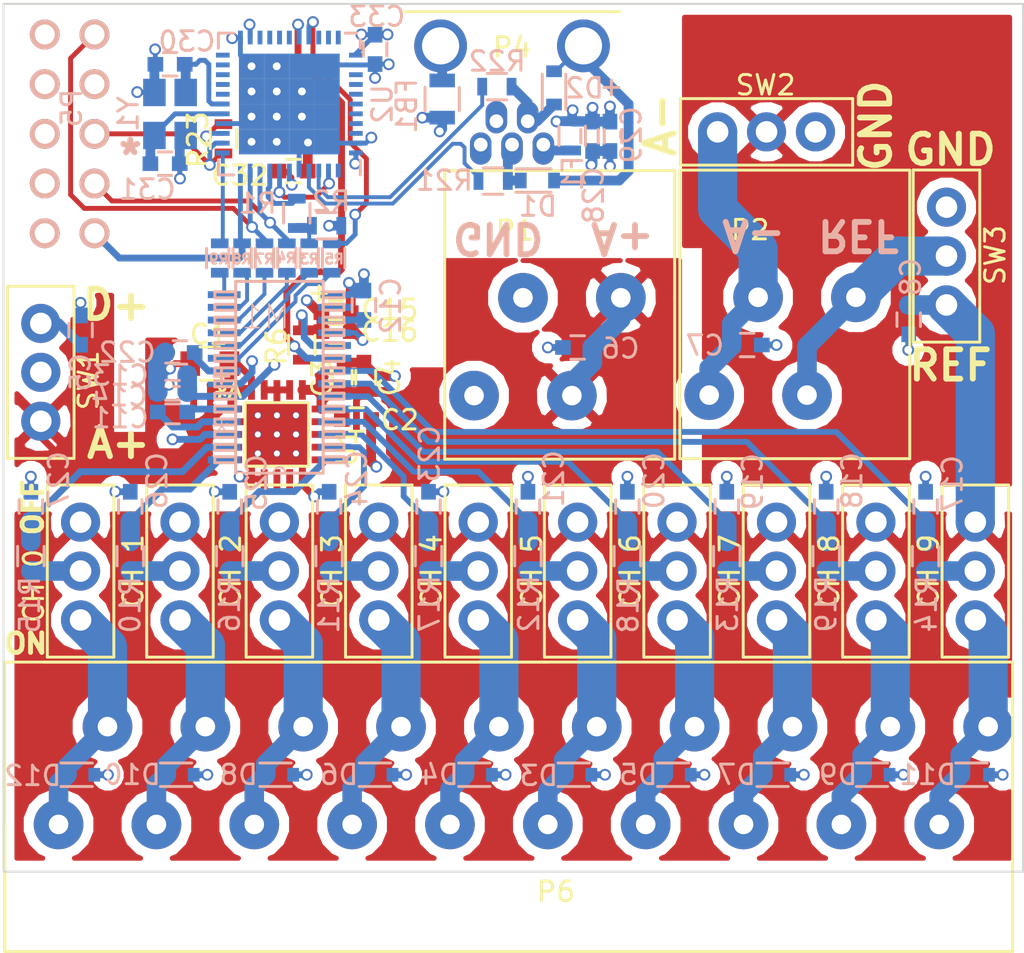
<source format=kicad_pcb>
(kicad_pcb (version 4) (host pcbnew 4.0.3-stable)
  (layers (0 F.Cu signal) (1 GND power) (2 POWER power) (31 B.Cu mixed) (36 B.SilkS user) (37 F.SilkS user) (38 B.Mask user) (39 F.Mask user) (44 Edge.Cuts user))
  (net 0 "")
  (net 1 AGND)
  (net 2 A5V)
  (net 3 A+)
  (net 4 AREF)
  (net 5 "Net-(C18-Pad1)")
  (net 6 A-)
  (net 7 "Net-(C21-Pad1)")
  (net 8 "Net-(C22-Pad2)")
  (net 9 "Net-(C27-Pad1)")
  (net 10 "Net-(C31-Pad1)")
  (net 11 "Net-(D1-Pad2)")
  (net 12 "Net-(F1-Pad1)")
  (net 13 "Net-(M1-Pad9)")
  (net 14 "Net-(M1-Pad10)")
  (net 15 "Net-(M1-Pad11)")
  (net 16 "Net-(M1-Pad12)")
  (net 17 "Net-(M1-Pad13)")
  (net 18 "Net-(M1-Pad14)")
  (net 19 "Net-(M1-Pad16)")
  (net 20 /ADC/PWDN)
  (net 21 /Interface/SPI_RXD)
  (net 22 /ADC/SCK)
  (net 23 "Net-(P5-Pad5)")
  (net 24 "Net-(P5-Pad3)")
  (net 25 /ADC/RX)
  (net 26 "Net-(R1-Pad1)")
  (net 27 /ADC/CS)
  (net 28 /ADC/START)
  (net 29 /ADC/DRDY)
  (net 30 /ADC/AIN8)
  (net 31 /ADC/AIN6)
  (net 32 /ADC/AIN4)
  (net 33 /ADC/AIN2)
  (net 34 /ADC/AIN0)
  (net 35 /ADC/AIN9)
  (net 36 /ADC/AIN7)
  (net 37 /ADC/AIN5)
  (net 38 /ADC/AIN3)
  (net 39 /ADC/AIN1)
  (net 40 "Net-(R21-Pad1)")
  (net 41 "Net-(R22-Pad1)")
  (net 42 "Net-(U1-Pad8)")
  (net 43 D5V)
  (net 44 "Net-(D1-Pad1)")
  (net 45 "Net-(D2-Pad1)")
  (net 46 "Net-(D3-Pad1)")
  (net 47 "Net-(D4-Pad1)")
  (net 48 "Net-(D5-Pad1)")
  (net 49 "Net-(D6-Pad1)")
  (net 50 "Net-(D7-Pad1)")
  (net 51 "Net-(D8-Pad1)")
  (net 52 "Net-(D9-Pad1)")
  (net 53 "Net-(D10-Pad1)")
  (net 54 "Net-(D11-Pad1)")
  (net 55 "Net-(D12-Pad1)")
  (net 56 "Net-(C2-Pad1)")
  (net 57 "Net-(C7-Pad1)")
  (net 58 "Net-(C11-Pad1)")
  (net 59 "Net-(C11-Pad2)")
  (net 60 "Net-(C12-Pad2)")
  (net 61 "Net-(C17-Pad1)")
  (net 62 "Net-(C19-Pad1)")
  (net 63 "Net-(C20-Pad1)")
  (net 64 "Net-(C23-Pad1)")
  (net 65 "Net-(C24-Pad1)")
  (net 66 "Net-(C25-Pad1)")
  (net 67 "Net-(C26-Pad1)")
  (net 68 "Net-(C30-Pad2)")
  (net 69 "Net-(C32-Pad1)")
  (net 70 "Net-(U1-Pad5)")
  (net 71 "Net-(U1-Pad4)")
  (net 72 "Net-(U1-Pad12)")
  (net 73 "Net-(U1-Pad11)")
  (net 74 "Net-(U1-Pad9)")
  (net 75 "Net-(U2-Pad1)")
  (net 76 "Net-(U2-Pad18)")
  (net 77 "Net-(U2-Pad19)")
  (net 78 "Net-(U2-Pad20)")
  (net 79 "Net-(U2-Pad21)")
  (net 80 "Net-(U2-Pad22)")
  (net 81 "Net-(U2-Pad25)")
  (net 82 "Net-(U2-Pad26)")
  (net 83 "Net-(U2-Pad27)")
  (net 84 "Net-(U2-Pad28)")
  (net 85 "Net-(U2-Pad31)")
  (net 86 "Net-(U2-Pad32)")
  (net 87 "Net-(U2-Pad33)")
  (net 88 "Net-(U2-Pad36)")
  (net 89 "Net-(U2-Pad37)")
  (net 90 "Net-(U2-Pad38)")
  (net 91 "Net-(U2-Pad39)")
  (net 92 "Net-(U2-Pad40)")
  (net 93 "Net-(U2-Pad41)")
  (net 94 "Net-(U2-Pad42)")
  (net 95 "Net-(C1-Pad1)")
  (net 96 "Net-(P2-Pad1)")
  (module Capacitors_SMD:C_0603 (layer B.Cu) (at 137.541 86.868 180)
    (fp_text reference C11 (at 2.667 -0.3048 180) (layer B.SilkS) (effects (justify mirror)))
    (fp_text value 4.7nF)
    (pad 1 smd rect (at -0.75 0 180) (size 0.8 0.75) (layers B.Cu B.Mask) (net 58 "Net-(C11-Pad1)"))
    (pad 2 smd rect (at 0.75 0 180) (size 0.8 0.75) (layers B.Cu B.Mask) (net 59 "Net-(C11-Pad2)"))
  )
  (module Capacitors_SMD:C_0805 (layer F.Cu) (at 139.446 84.3915 180)
    (fp_text reference C1 (at 0.0508 1.4859 180) (layer F.SilkS))
    (fp_text value 47uF)
    (pad 1 smd rect (at -1 0 180) (size 1 1.25) (layers F.Cu F.Mask) (net 95 "Net-(C1-Pad1)"))
    (pad 2 smd rect (at 1 0 180) (size 1 1.25) (layers F.Cu F.Mask) (net 1 AGND))
  )
  (module Capacitors_SMD:C_0603 (layer F.Cu) (at 146.939 87.249)
    (fp_text reference C2 (at 2.2098 0.0254) (layer F.SilkS))
    (fp_text value 1uF)
    (pad 1 smd rect (at -0.75 0) (size 0.8 0.75) (layers F.Cu F.Mask) (net 56 "Net-(C2-Pad1)"))
    (pad 2 smd rect (at 0.75 0) (size 0.8 0.75) (layers F.Cu F.Mask) (net 1 AGND))
  )
  (module Capacitors_SMD:C_0603 (layer F.Cu) (at 146.304 85.09 90)
    (fp_text reference C3 (at -0.0508 -1.1176 90) (layer F.SilkS))
    (fp_text value 1uF)
    (pad 1 smd rect (at -0.75 0 90) (size 0.8 0.75) (layers F.Cu F.Mask) (net 3 A+))
    (pad 2 smd rect (at 0.75 0 90) (size 0.8 0.75) (layers F.Cu F.Mask) (net 1 AGND))
  )
  (module Capacitors_SMD:C_0603 (layer F.Cu) (at 147.32 85.09 90)
    (fp_text reference C4 (at 0 1.3208 90) (layer F.SilkS))
    (fp_text value 1uF)
    (pad 1 smd rect (at -0.75 0 90) (size 0.8 0.75) (layers F.Cu F.Mask) (net 3 A+))
    (pad 2 smd rect (at 0.75 0 90) (size 0.8 0.75) (layers F.Cu F.Mask) (net 1 AGND))
  )
  (module Capacitors_SMD:C_0603 (layer B.Cu) (at 132.842 82.677 270)
    (fp_text reference C5 (at 2.159 0 270) (layer B.SilkS) (effects (justify mirror)))
    (fp_text value 10uF)
    (pad 1 smd rect (at -0.75 0 270) (size 0.8 0.75) (layers B.Cu B.Mask) (net 1 AGND))
    (pad 2 smd rect (at 0.75 0 270) (size 0.8 0.75) (layers B.Cu B.Mask) (net 43 D5V))
  )
  (module Capacitors_SMD:C_0603 (layer B.Cu) (at 158.242 83.566)
    (fp_text reference C6 (at 2.1844 0.0508) (layer B.SilkS) (effects (justify mirror)))
    (fp_text value 10uF)
    (pad 1 smd rect (at -0.75 0) (size 0.8 0.75) (layers B.Cu B.Mask) (net 1 AGND))
    (pad 2 smd rect (at 0.75 0) (size 0.8 0.75) (layers B.Cu B.Mask) (net 3 A+))
  )
  (module Capacitors_SMD:C_0603 (layer B.Cu) (at 166.9034 83.439)
    (fp_text reference C7 (at -2.159 0.0254) (layer B.SilkS) (effects (justify mirror)))
    (fp_text value 10uF)
    (pad 1 smd rect (at -0.75 0) (size 0.8 0.75) (layers B.Cu B.Mask) (net 57 "Net-(C7-Pad1)"))
    (pad 2 smd rect (at 0.75 0) (size 0.8 0.75) (layers B.Cu B.Mask) (net 1 AGND))
  )
  (module Capacitors_SMD:C_0603 (layer B.Cu) (at 175.1584 82.1436 90)
    (fp_text reference C8 (at 2.1844 0.1016 90) (layer B.SilkS) (effects (justify mirror)))
    (fp_text value 10uF)
    (pad 1 smd rect (at -0.75 0 90) (size 0.8 0.75) (layers B.Cu B.Mask) (net 1 AGND))
    (pad 2 smd rect (at 0.75 0 90) (size 0.8 0.75) (layers B.Cu B.Mask) (net 4 AREF))
  )
  (module Capacitors_SMD:C_0603 (layer B.Cu) (at 147.32 81.407 270)
    (fp_text reference C12 (at 0.0254 -1.3716 270) (layer B.SilkS) (effects (justify mirror)))
    (fp_text value 1uF)
    (pad 1 smd rect (at -0.75 0 270) (size 0.8 0.75) (layers B.Cu B.Mask) (net 1 AGND))
    (pad 2 smd rect (at 0.75 0 270) (size 0.8 0.75) (layers B.Cu B.Mask) (net 60 "Net-(C12-Pad2)"))
  )
  (module Capacitors_SMD:C_0603T (layer B.Cu) (at 137.541 84.963 180)
    (fp_text reference C13 (at 2.667 -0.0254 180) (layer B.SilkS) (effects (justify mirror)))
    (fp_text value 1uF)
    (fp_text user + (at -2.5 0 180) (layer B.SilkS) (effects (justify mirror)))
    (pad 1 smd rect (at -0.75 0 180) (size 0.8 0.75) (layers B.Cu B.Mask) (net 2 A5V))
    (pad 2 smd rect (at 0.75 0 180) (size 0.8 0.75) (layers B.Cu B.Mask) (net 1 AGND))
  )
  (module Capacitors_SMD:C_0603 (layer B.Cu) (at 137.541 85.852 180)
    (fp_text reference C14 (at 2.7178 -0.2032 180) (layer B.SilkS) (effects (justify mirror)))
    (fp_text value 0.1uF)
    (pad 1 smd rect (at -0.75 0 180) (size 0.8 0.75) (layers B.Cu B.Mask) (net 2 A5V))
    (pad 2 smd rect (at 0.75 0 180) (size 0.8 0.75) (layers B.Cu B.Mask) (net 1 AGND))
  )
  (module Capacitors_SMD:C_0603 (layer F.Cu) (at 145.8976 81.788)
    (fp_text reference C15 (at 2.7432 -0.1524) (layer F.SilkS))
    (fp_text value 0.1uF)
    (pad 1 smd rect (at -0.75 0) (size 0.8 0.75) (layers F.Cu F.Mask) (net 43 D5V))
    (pad 2 smd rect (at 0.75 0) (size 0.8 0.75) (layers F.Cu F.Mask) (net 1 AGND))
  )
  (module Capacitors_SMD:C_0603T (layer F.Cu) (at 145.8976 82.7532)
    (fp_text reference C16 (at 2.7432 0) (layer F.SilkS))
    (fp_text value 1uF)
    (fp_text user + (at -0.8636 -2.032) (layer F.SilkS))
    (pad 1 smd rect (at -0.75 0) (size 0.8 0.75) (layers F.Cu F.Mask) (net 43 D5V))
    (pad 2 smd rect (at 0.75 0) (size 0.8 0.75) (layers F.Cu F.Mask) (net 1 AGND))
  )
  (module Capacitors_SMD:C_0603 (layer B.Cu) (at 176.022 91.694 90)
    (fp_text reference C17 (at 1.1684 1.3716 90) (layer B.SilkS) (effects (justify mirror)))
    (fp_text value C)
    (pad 1 smd rect (at -0.75 0 90) (size 0.8 0.75) (layers B.Cu B.Mask) (net 61 "Net-(C17-Pad1)"))
    (pad 2 smd rect (at 0.75 0 90) (size 0.8 0.75) (layers B.Cu B.Mask) (net 1 AGND))
  )
  (module Capacitors_SMD:C_0603 (layer B.Cu) (at 170.942 91.694 90)
    (fp_text reference C18 (at 1.3208 1.3208 90) (layer B.SilkS) (effects (justify mirror)))
    (fp_text value C)
    (pad 1 smd rect (at -0.75 0 90) (size 0.8 0.75) (layers B.Cu B.Mask) (net 5 "Net-(C18-Pad1)"))
    (pad 2 smd rect (at 0.75 0 90) (size 0.8 0.75) (layers B.Cu B.Mask) (net 1 AGND))
  )
  (module Capacitors_SMD:C_0603 (layer B.Cu) (at 165.862 91.694 90)
    (fp_text reference C19 (at 1.27 1.3208 90) (layer B.SilkS) (effects (justify mirror)))
    (fp_text value C)
    (pad 1 smd rect (at -0.75 0 90) (size 0.8 0.75) (layers B.Cu B.Mask) (net 62 "Net-(C19-Pad1)"))
    (pad 2 smd rect (at 0.75 0 90) (size 0.8 0.75) (layers B.Cu B.Mask) (net 1 AGND))
  )
  (module Capacitors_SMD:C_0603 (layer B.Cu) (at 160.782 91.694 90)
    (fp_text reference C20 (at 1.3208 1.3716 90) (layer B.SilkS) (effects (justify mirror)))
    (fp_text value C)
    (pad 1 smd rect (at -0.75 0 90) (size 0.8 0.75) (layers B.Cu B.Mask) (net 63 "Net-(C20-Pad1)"))
    (pad 2 smd rect (at 0.75 0 90) (size 0.8 0.75) (layers B.Cu B.Mask) (net 1 AGND))
  )
  (module Capacitors_SMD:C_0603 (layer B.Cu) (at 155.702 91.694 90)
    (fp_text reference C21 (at 1.4224 1.3208 90) (layer B.SilkS) (effects (justify mirror)))
    (fp_text value C)
    (pad 1 smd rect (at -0.75 0 90) (size 0.8 0.75) (layers B.Cu B.Mask) (net 7 "Net-(C21-Pad1)"))
    (pad 2 smd rect (at 0.75 0 90) (size 0.8 0.75) (layers B.Cu B.Mask) (net 1 AGND))
  )
  (module Capacitors_SMD:C_0603 (layer B.Cu) (at 137.922 83.82)
    (fp_text reference C22 (at -2.6924 0) (layer B.SilkS) (effects (justify mirror)))
    (fp_text value 1uF)
    (pad 1 smd rect (at -0.75 0) (size 0.8 0.75) (layers B.Cu B.Mask) (net 1 AGND))
    (pad 2 smd rect (at 0.75 0) (size 0.8 0.75) (layers B.Cu B.Mask) (net 8 "Net-(C22-Pad2)"))
  )
  (module Capacitors_SMD:C_0603 (layer B.Cu) (at 150.622 91.694 90)
    (fp_text reference C23 (at 2.6924 0.0508 90) (layer B.SilkS) (effects (justify mirror)))
    (fp_text value C)
    (pad 1 smd rect (at -0.75 0 90) (size 0.8 0.75) (layers B.Cu B.Mask) (net 64 "Net-(C23-Pad1)"))
    (pad 2 smd rect (at 0.75 0 90) (size 0.8 0.75) (layers B.Cu B.Mask) (net 1 AGND))
  )
  (module Capacitors_SMD:C_0603 (layer B.Cu) (at 145.542 91.694 90)
    (fp_text reference C24 (at 1.4224 1.4224 90) (layer B.SilkS) (effects (justify mirror)))
    (fp_text value C)
    (pad 1 smd rect (at -0.75 0 90) (size 0.8 0.75) (layers B.Cu B.Mask) (net 65 "Net-(C24-Pad1)"))
    (pad 2 smd rect (at 0.75 0 90) (size 0.8 0.75) (layers B.Cu B.Mask) (net 1 AGND))
  )
  (module Capacitors_SMD:C_0603 (layer B.Cu) (at 140.462 91.694 90)
    (fp_text reference C25 (at 1.2192 1.3716 90) (layer B.SilkS) (effects (justify mirror)))
    (fp_text value C)
    (pad 1 smd rect (at -0.75 0 90) (size 0.8 0.75) (layers B.Cu B.Mask) (net 66 "Net-(C25-Pad1)"))
    (pad 2 smd rect (at 0.75 0 90) (size 0.8 0.75) (layers B.Cu B.Mask) (net 1 AGND))
  )
  (module Capacitors_SMD:C_0603 (layer B.Cu) (at 135.382 91.694 90)
    (fp_text reference C26 (at 1.3208 1.3716 90) (layer B.SilkS) (effects (justify mirror)))
    (fp_text value C)
    (pad 1 smd rect (at -0.75 0 90) (size 0.8 0.75) (layers B.Cu B.Mask) (net 67 "Net-(C26-Pad1)"))
    (pad 2 smd rect (at 0.75 0 90) (size 0.8 0.75) (layers B.Cu B.Mask) (net 1 AGND))
  )
  (module Capacitors_SMD:C_0603 (layer B.Cu) (at 130.302 91.694 90)
    (fp_text reference C27 (at 1.3716 1.4224 90) (layer B.SilkS) (effects (justify mirror)))
    (fp_text value C)
    (pad 1 smd rect (at -0.75 0 90) (size 0.8 0.75) (layers B.Cu B.Mask) (net 9 "Net-(C27-Pad1)"))
    (pad 2 smd rect (at 0.75 0 90) (size 0.8 0.75) (layers B.Cu B.Mask) (net 1 AGND))
  )
  (module Capacitors_SMD:C_0603 (layer B.Cu) (at 159.004 72.771 90)
    (fp_text reference C28 (at -3.0226 0.0508 90) (layer B.SilkS) (effects (justify mirror)))
    (fp_text value 0.1uF)
    (pad 1 smd rect (at -0.75 0 90) (size 0.8 0.75) (layers B.Cu B.Mask) (net 1 AGND))
    (pad 2 smd rect (at 0.75 0 90) (size 0.8 0.75) (layers B.Cu B.Mask) (net 43 D5V))
  )
  (module Capacitors_SMD:C_0603T (layer B.Cu) (at 159.893 72.771 270)
    (fp_text reference C29 (at -0.0762 -1.0922 270) (layer B.SilkS) (effects (justify mirror)))
    (fp_text value 10uF)
    (fp_text user + (at -2.5 0 270) (layer B.SilkS) (effects (justify mirror)))
    (pad 1 smd rect (at -0.75 0 270) (size 0.8 0.75) (layers B.Cu B.Mask) (net 43 D5V))
    (pad 2 smd rect (at 0.75 0 270) (size 0.8 0.75) (layers B.Cu B.Mask) (net 1 AGND))
  )
  (module Capacitors_SMD:C_0603 (layer B.Cu) (at 137.414 69.088)
    (fp_text reference C30 (at 0.8636 -1.1684) (layer B.SilkS) (effects (justify mirror)))
    (fp_text value 18pF)
    (pad 1 smd rect (at -0.75 0) (size 0.8 0.75) (layers B.Cu B.Mask) (net 1 AGND))
    (pad 2 smd rect (at 0.75 0) (size 0.8 0.75) (layers B.Cu B.Mask) (net 68 "Net-(C30-Pad2)"))
  )
  (module Capacitors_SMD:C_0603 (layer B.Cu) (at 137.16 74.168)
    (fp_text reference C31 (at -0.9144 1.3208) (layer B.SilkS) (effects (justify mirror)))
    (fp_text value 18pF)
    (pad 1 smd rect (at -0.75 0) (size 0.8 0.75) (layers B.Cu B.Mask) (net 10 "Net-(C31-Pad1)"))
    (pad 2 smd rect (at 0.75 0) (size 0.8 0.75) (layers B.Cu B.Mask) (net 1 AGND))
  )
  (module Capacitors_SMD:C_0603 (layer F.Cu) (at 143.7005 74.549)
    (fp_text reference C32 (at -2.7305 0.2286) (layer F.SilkS))
    (fp_text value 1uF)
    (pad 1 smd rect (at -0.75 0) (size 0.8 0.75) (layers F.Cu F.Mask) (net 69 "Net-(C32-Pad1)"))
    (pad 2 smd rect (at 0.75 0) (size 0.8 0.75) (layers F.Cu F.Mask) (net 1 AGND))
  )
  (module Capacitors_SMD:C_0603 (layer B.Cu) (at 147.8915 68.326 90)
    (fp_text reference C33 (at 1.6764 0.0889 180) (layer B.SilkS) (effects (justify mirror)))
    (fp_text value 10uF)
    (pad 1 smd rect (at -0.75 0 90) (size 0.8 0.75) (layers B.Cu B.Mask) (net 1 AGND))
    (pad 2 smd rect (at 0.75 0 90) (size 0.8 0.75) (layers B.Cu B.Mask) (net 43 D5V))
  )
  (module Diodes_SMD:D_0603 (layer B.Cu) (at 156.1846 75.0316)
    (fp_text reference D1 (at 0.0254 1.3208) (layer B.SilkS) (effects (justify mirror)))
    (fp_text value PGB1010)
    (pad 1 smd rect (at -0.85 0) (size 0.6 0.8) (layers B.Cu B.Mask) (net 44 "Net-(D1-Pad1)"))
    (pad 2 smd rect (at 0.85 0) (size 0.6 0.8) (layers B.Cu B.Mask) (net 11 "Net-(D1-Pad2)"))
  )
  (module Diodes_SMD:D_0603 (layer B.Cu) (at 157.0355 70.2945 90)
    (fp_text reference D2 (at -0.0127 1.5621 180) (layer B.SilkS) (effects (justify mirror)))
    (fp_text value PGB1010)
    (pad 1 smd rect (at -0.85 0 90) (size 0.6 0.8) (layers B.Cu B.Mask) (net 45 "Net-(D2-Pad1)"))
    (pad 2 smd rect (at 0.85 0 90) (size 0.6 0.8) (layers B.Cu B.Mask) (net 11 "Net-(D1-Pad2)"))
  )
  (module Diodes_SMD:SOD-523 (layer B.Cu) (at 158.242 105.41)
    (fp_text reference D3 (at -1.9812 0.0508) (layer B.SilkS) (effects (justify mirror)))
    (fp_text value PESD5V0U1UL)
    (pad 2 smd rect (at 0.7 0 180) (size 0.6 0.7) (layers B.Cu B.Mask) (net 1 AGND))
    (pad 1 smd rect (at -0.7 0 180) (size 0.6 0.7) (layers B.Cu B.Mask) (net 46 "Net-(D3-Pad1)"))
  )
  (module Diodes_SMD:SOD-523 (layer B.Cu) (at 153.162 105.41)
    (fp_text reference D4 (at -1.9812 0) (layer B.SilkS) (effects (justify mirror)))
    (fp_text value PESD5V0U1UL)
    (pad 2 smd rect (at 0.7 0 180) (size 0.6 0.7) (layers B.Cu B.Mask) (net 1 AGND))
    (pad 1 smd rect (at -0.7 0 180) (size 0.6 0.7) (layers B.Cu B.Mask) (net 47 "Net-(D4-Pad1)"))
  )
  (module Diodes_SMD:SOD-523 (layer B.Cu) (at 163.322 105.41)
    (fp_text reference D5 (at -1.9812 0) (layer B.SilkS) (effects (justify mirror)))
    (fp_text value PESD5V0U1UL)
    (pad 2 smd rect (at 0.7 0 180) (size 0.6 0.7) (layers B.Cu B.Mask) (net 1 AGND))
    (pad 1 smd rect (at -0.7 0 180) (size 0.6 0.7) (layers B.Cu B.Mask) (net 48 "Net-(D5-Pad1)"))
  )
  (module Diodes_SMD:SOD-523 (layer B.Cu) (at 148.082 105.41)
    (fp_text reference D6 (at -2.032 0) (layer B.SilkS) (effects (justify mirror)))
    (fp_text value PESD5V0U1UL)
    (pad 2 smd rect (at 0.7 0 180) (size 0.6 0.7) (layers B.Cu B.Mask) (net 1 AGND))
    (pad 1 smd rect (at -0.7 0 180) (size 0.6 0.7) (layers B.Cu B.Mask) (net 49 "Net-(D6-Pad1)"))
  )
  (module Diodes_SMD:SOD-523 (layer B.Cu) (at 168.402 105.41)
    (fp_text reference D7 (at -2.032 0) (layer B.SilkS) (effects (justify mirror)))
    (fp_text value PESD5V0U1UL)
    (pad 2 smd rect (at 0.7 0 180) (size 0.6 0.7) (layers B.Cu B.Mask) (net 1 AGND))
    (pad 1 smd rect (at -0.7 0 180) (size 0.6 0.7) (layers B.Cu B.Mask) (net 50 "Net-(D7-Pad1)"))
  )
  (module Diodes_SMD:SOD-523 (layer B.Cu) (at 143.002 105.41)
    (fp_text reference D8 (at -2.0828 0) (layer B.SilkS) (effects (justify mirror)))
    (fp_text value PESD5V0U1UL)
    (pad 2 smd rect (at 0.7 0 180) (size 0.6 0.7) (layers B.Cu B.Mask) (net 1 AGND))
    (pad 1 smd rect (at -0.7 0 180) (size 0.6 0.7) (layers B.Cu B.Mask) (net 51 "Net-(D8-Pad1)"))
  )
  (module Diodes_SMD:SOD-523 (layer B.Cu) (at 173.482 105.41)
    (fp_text reference D9 (at -1.9304 0) (layer B.SilkS) (effects (justify mirror)))
    (fp_text value PESD5V0U1UL)
    (pad 2 smd rect (at 0.7 0 180) (size 0.6 0.7) (layers B.Cu B.Mask) (net 1 AGND))
    (pad 1 smd rect (at -0.7 0 180) (size 0.6 0.7) (layers B.Cu B.Mask) (net 52 "Net-(D9-Pad1)"))
  )
  (module Diodes_SMD:SOD-523 (layer B.Cu) (at 137.922 105.41)
    (fp_text reference D10 (at -2.4384 0) (layer B.SilkS) (effects (justify mirror)))
    (fp_text value PESD5V0U1UL)
    (pad 2 smd rect (at 0.7 0 180) (size 0.6 0.7) (layers B.Cu B.Mask) (net 1 AGND))
    (pad 1 smd rect (at -0.7 0 180) (size 0.6 0.7) (layers B.Cu B.Mask) (net 53 "Net-(D10-Pad1)"))
  )
  (module Diodes_SMD:SOD-523 (layer B.Cu) (at 178.562 105.41)
    (fp_text reference D11 (at -2.4384 0) (layer B.SilkS) (effects (justify mirror)))
    (fp_text value PESD5V0U1UL)
    (pad 2 smd rect (at 0.7 0 180) (size 0.6 0.7) (layers B.Cu B.Mask) (net 1 AGND))
    (pad 1 smd rect (at -0.7 0 180) (size 0.6 0.7) (layers B.Cu B.Mask) (net 54 "Net-(D11-Pad1)"))
  )
  (module Diodes_SMD:SOD-523 (layer B.Cu) (at 132.842 105.41)
    (fp_text reference D12 (at -2.4384 0.0508) (layer B.SilkS) (effects (justify mirror)))
    (fp_text value PESD5V0U1UL)
    (pad 2 smd rect (at 0.7 0 180) (size 0.6 0.7) (layers B.Cu B.Mask) (net 1 AGND))
    (pad 1 smd rect (at -0.7 0 180) (size 0.6 0.7) (layers B.Cu B.Mask) (net 55 "Net-(D12-Pad1)"))
  )
  (module Resistors_SMD:R_0603 (layer B.Cu) (at 157.9626 72.7456 90)
    (fp_text reference F1 (at -1.9304 0.0254 90) (layer B.SilkS) (effects (justify mirror)))
    (fp_text value F_Small)
    (pad 1 smd rect (at -0.75 0 90) (size 0.5 0.9) (layers B.Cu B.Mask) (net 12 "Net-(F1-Pad1)"))
    (pad 2 smd rect (at 0.75 0 90) (size 0.5 0.9) (layers B.Cu B.Mask) (net 43 D5V))
  )
  (module Resistors_SMD:R_0805 (layer B.Cu) (at 151.3205 70.866 90)
    (fp_text reference FB1 (at -0.3556 -1.8161 90) (layer B.SilkS) (effects (justify mirror)))
    (fp_text value BLM21)
    (pad 1 smd rect (at -0.95 0 90) (size 0.7 1.3) (layers B.Cu B.Mask) (net 1 AGND))
    (pad 2 smd rect (at 0.95 0 90) (size 0.7 1.3) (layers B.Cu B.Mask) (net 11 "Net-(D1-Pad2)"))
  )
  (module ads1263:PW28 (layer B.Cu) (at 143.002 85.09)
    (fp_text reference M1 (at 0.6096 -2.3876) (layer B.SilkS) (effects (font (size 1.2065 1.2065) (thickness 0.0762)) (justify left bottom mirror)))
    (fp_text value ADS1263_PW_28 hide)
    (fp_text user * (at -2.4384 3.556) (layer B.SilkS) (effects (font (size 1.2065 1.2065) (thickness 0.0762)) (justify left bottom mirror)))
    (pad 1 smd rect (at -2.8194 4.225009) (size 1.6764 0.3556) (layers B.Cu B.Mask) (net 67 "Net-(C26-Pad1)"))
    (pad 2 smd rect (at -2.8194 3.575) (size 1.6764 0.3556) (layers B.Cu B.Mask) (net 9 "Net-(C27-Pad1)"))
    (pad 3 smd rect (at -2.8194 2.925013) (size 1.6764 0.3556) (layers B.Cu B.Mask) (net 4 AREF))
    (pad 4 smd rect (at -2.8194 2.275003) (size 1.6764 0.3556) (layers B.Cu B.Mask) (net 59 "Net-(C11-Pad2)"))
    (pad 5 smd rect (at -2.8194 1.624991) (size 1.6764 0.3556) (layers B.Cu B.Mask) (net 58 "Net-(C11-Pad1)"))
    (pad 6 smd rect (at -2.8194 0.975003) (size 1.6764 0.3556) (layers B.Cu B.Mask) (net 2 A5V))
    (pad 7 smd rect (at -2.8194 0.324994) (size 1.6764 0.3556) (layers B.Cu B.Mask) (net 1 AGND))
    (pad 8 smd rect (at -2.8194 -0.324994) (size 1.6764 0.3556) (layers B.Cu B.Mask) (net 8 "Net-(C22-Pad2)"))
    (pad 9 smd rect (at -2.8194 -0.975003) (size 1.6764 0.3556) (layers B.Cu B.Mask) (net 13 "Net-(M1-Pad9)"))
    (pad 10 smd rect (at -2.8194 -1.624991) (size 1.6764 0.3556) (layers B.Cu B.Mask) (net 14 "Net-(M1-Pad10)"))
    (pad 11 smd rect (at -2.8194 -2.275003) (size 1.6764 0.3556) (layers B.Cu B.Mask) (net 15 "Net-(M1-Pad11)"))
    (pad 12 smd rect (at -2.8194 -2.924988) (size 1.6764 0.3556) (layers B.Cu B.Mask) (net 16 "Net-(M1-Pad12)"))
    (pad 13 smd rect (at -2.8194 -3.575) (size 1.6764 0.3556) (layers B.Cu B.Mask) (net 17 "Net-(M1-Pad13)"))
    (pad 14 smd rect (at -2.8194 -4.224984) (size 1.6764 0.3556) (layers B.Cu B.Mask) (net 18 "Net-(M1-Pad14)"))
    (pad 15 smd rect (at 2.8194 -4.225009) (size 1.6764 0.3556) (layers B.Cu B.Mask) (net 1 AGND))
    (pad 16 smd rect (at 2.8194 -3.575) (size 1.6764 0.3556) (layers B.Cu B.Mask) (net 19 "Net-(M1-Pad16)"))
    (pad 17 smd rect (at 2.8194 -2.925013) (size 1.6764 0.3556) (layers B.Cu B.Mask) (net 60 "Net-(C12-Pad2)"))
    (pad 18 smd rect (at 2.8194 -2.275003) (size 1.6764 0.3556) (layers B.Cu B.Mask) (net 1 AGND))
    (pad 19 smd rect (at 2.8194 -1.624991) (size 1.6764 0.3556) (layers B.Cu B.Mask) (net 43 D5V))
    (pad 20 smd rect (at 2.8194 -0.975003) (size 1.6764 0.3556) (layers B.Cu B.Mask) (net 20 /ADC/PWDN))
    (pad 21 smd rect (at 2.8194 -0.324994) (size 1.6764 0.3556) (layers B.Cu B.Mask) (net 61 "Net-(C17-Pad1)"))
    (pad 22 smd rect (at 2.8194 0.324994) (size 1.6764 0.3556) (layers B.Cu B.Mask) (net 5 "Net-(C18-Pad1)"))
    (pad 23 smd rect (at 2.8194 0.975003) (size 1.6764 0.3556) (layers B.Cu B.Mask) (net 62 "Net-(C19-Pad1)"))
    (pad 24 smd rect (at 2.8194 1.624991) (size 1.6764 0.3556) (layers B.Cu B.Mask) (net 63 "Net-(C20-Pad1)"))
    (pad 25 smd rect (at 2.8194 2.275003) (size 1.6764 0.3556) (layers B.Cu B.Mask) (net 7 "Net-(C21-Pad1)"))
    (pad 26 smd rect (at 2.8194 2.925013) (size 1.6764 0.3556) (layers B.Cu B.Mask) (net 64 "Net-(C23-Pad1)"))
    (pad 27 smd rect (at 2.8194 3.575) (size 1.6764 0.3556) (layers B.Cu B.Mask) (net 65 "Net-(C24-Pad1)"))
    (pad 28 smd rect (at 2.8194 4.225009) (size 1.6764 0.3556) (layers B.Cu B.Mask) (net 66 "Net-(C25-Pad1)"))
  )
  (module Footprints:2pinConn (layer F.Cu) (at 155.448 81.026 180)
    (fp_text reference P1 (at 0.41 3.44 180) (layer F.SilkS))
    (fp_text value "A+ Battery" hide)
    (pad 2 thru_hole circle (at 0 0 180) (size 2.54 2.54) (drill 1) (layers *.Cu *.Mask) (net 1 AGND))
    (pad 2 thru_hole circle (at 2.5 -5 180) (size 2.54 2.54) (drill 1) (layers *.Cu *.Mask) (net 1 AGND))
    (pad 1 thru_hole circle (at -2.5 -5 180) (size 2.54 2.54) (drill 1) (layers *.Cu *.Mask) (net 3 A+))
    (pad 1 thru_hole circle (at -5 0 180) (size 2.54 2.54) (drill 1) (layers *.Cu *.Mask) (net 3 A+))
  )
  (module Footprints:2pinConn (layer F.Cu) (at 167.4622 81.0006 180)
    (fp_text reference P2 (at 0.41 3.44 180) (layer F.SilkS))
    (fp_text value "A- Battery" hide)
    (pad 2 thru_hole circle (at 0 0 180) (size 2.54 2.54) (drill 1) (layers *.Cu *.Mask) (net 57 "Net-(C7-Pad1)"))
    (pad 2 thru_hole circle (at 2.5 -5 180) (size 2.54 2.54) (drill 1) (layers *.Cu *.Mask) (net 57 "Net-(C7-Pad1)"))
    (pad 1 thru_hole circle (at -2.5 -5 180) (size 2.54 2.54) (drill 1) (layers *.Cu *.Mask) (net 96 "Net-(P2-Pad1)"))
    (pad 1 thru_hole circle (at -5 0 180) (size 2.54 2.54) (drill 1) (layers *.Cu *.Mask) (net 96 "Net-(P2-Pad1)"))
  )
  (module Footprints:usbB (layer F.Cu) (at 154.8892 66.3956 180)
    (fp_text reference P4 (at 0 -1.8288 180) (layer F.SilkS))
    (fp_text value USB_B)
    (pad 2 thru_hole oval (at -0.8 -5.6 180) (size 1.1 1.65) (drill 0.7 (offset 0 0.2)) (layers *.Mask B.Cu) (net 45 "Net-(D2-Pad1)"))
    (pad "" thru_hole oval (at 0.8 -5.6 180) (size 1.1 1.65) (drill 0.7 (offset 0 0.2)) (layers *.Mask B.Cu))
    (pad 1 thru_hole oval (at -1.6 -6.8 180) (size 1.1 1.65) (drill 0.7 (offset 0 -0.2)) (layers *.Mask B.Cu) (net 12 "Net-(F1-Pad1)"))
    (pad 4 thru_hole oval (at 1.6 -6.8 180) (size 1.1 1.65) (drill 0.7 (offset 0 -0.2)) (layers *.Cu B.Mask) (net 1 AGND))
    (pad 5 thru_hole oval (at -3.65 -1.75 180) (size 2.7 2.7) (drill 1.9) (layers *.Cu *.Mask) (net 11 "Net-(D1-Pad2)"))
    (pad 5 thru_hole oval (at 3.65 -1.75 180) (size 2.7 2.7) (drill 1.9) (layers *.Cu *.Mask) (net 11 "Net-(D1-Pad2)"))
    (pad 3 thru_hole oval (at 0 -6.8 180) (size 1.1 1.65) (drill 0.7 (offset 0 -0.2)) (layers *.Mask B.Cu) (net 44 "Net-(D1-Pad1)"))
  )
  (module con5x2:con5x2 (layer B.Cu) (at 133.5532 72.644 270)
    (fp_text reference P5 (at -1.3208 1.1684 270) (layer B.SilkS) (effects (justify mirror)))
    (fp_text value CONN_02X05)
    (pad 9 thru_hole circle (at 5.08 0 270) (size 1.524 1.524) (drill 1.02) (layers *.Cu *.Mask B.SilkS) (net 21 /Interface/SPI_RXD))
    (pad 7 thru_hole circle (at 2.54 0 270) (size 1.524 1.524) (drill 1.02) (layers *.Cu *.Mask B.SilkS) (net 22 /ADC/SCK))
    (pad 5 thru_hole circle (at 0 0 270) (size 1.524 1.524) (drill 1.02) (layers *.Cu *.Mask B.SilkS) (net 23 "Net-(P5-Pad5)"))
    (pad 3 thru_hole circle (at -2.54 0 270) (size 1.524 1.524) (drill 1.02) (layers *.Cu *.Mask B.SilkS) (net 24 "Net-(P5-Pad3)"))
    (pad 1 thru_hole circle (at -5.08 0 270) (size 1.524 1.524) (drill 1.02) (layers *.Cu *.Mask B.SilkS) (net 25 /ADC/RX))
    (pad 2 thru_hole circle (at -5.08 2.54 270) (size 1.524 1.524) (drill 1.02) (layers *.Cu *.Mask B.SilkS) (net 43 D5V))
    (pad 10 thru_hole circle (at 5.08 2.54 270) (size 1.524 1.524) (drill 1.02) (layers *.Cu *.Mask B.SilkS) (net 1 AGND))
    (pad 8 thru_hole circle (at 2.54 2.54 270) (size 1.524 1.524) (drill 1.02) (layers *.Cu *.Mask B.SilkS) (net 1 AGND))
    (pad 6 thru_hole circle (at 0 2.54 270) (size 1.524 1.524) (drill 1.02) (layers *.Cu *.Mask B.SilkS) (net 1 AGND))
    (pad 4 thru_hole circle (at -2.54 2.54 270) (size 1.524 1.524) (drill 1.02) (layers *.Cu *.Mask B.SilkS) (net 1 AGND))
  )
  (module Footprints:10pinConn (layer F.Cu) (at 156.718 107.95)
    (fp_text reference P6 (at 0.41 3.44) (layer F.SilkS))
    (fp_text value CONN_01X10 hide)
    (pad 1 thru_hole circle (at -22.5 -5) (size 2.54 2.54) (drill 1) (layers *.Cu *.Mask) (net 55 "Net-(D12-Pad1)"))
    (pad 1 thru_hole circle (at -25 0) (size 2.54 2.54) (drill 1) (layers *.Cu *.Mask) (net 55 "Net-(D12-Pad1)"))
    (pad 10 thru_hole circle (at 20 0) (size 2.54 2.54) (drill 1) (layers *.Cu *.Mask) (net 54 "Net-(D11-Pad1)"))
    (pad 10 thru_hole circle (at 22.5 -5) (size 2.54 2.54) (drill 1) (layers *.Cu *.Mask) (net 54 "Net-(D11-Pad1)"))
    (pad 2 thru_hole circle (at -20 0) (size 2.54 2.54) (drill 1) (layers *.Cu *.Mask) (net 53 "Net-(D10-Pad1)"))
    (pad 2 thru_hole circle (at -17.5 -5) (size 2.54 2.54) (drill 1) (layers *.Cu *.Mask) (net 53 "Net-(D10-Pad1)"))
    (pad 3 thru_hole circle (at -12.5 -5) (size 2.54 2.54) (drill 1) (layers *.Cu *.Mask) (net 51 "Net-(D8-Pad1)"))
    (pad 3 thru_hole circle (at -15 0) (size 2.54 2.54) (drill 1) (layers *.Cu *.Mask) (net 51 "Net-(D8-Pad1)"))
    (pad 9 thru_hole circle (at 15 0) (size 2.54 2.54) (drill 1) (layers *.Cu *.Mask) (net 52 "Net-(D9-Pad1)"))
    (pad 9 thru_hole circle (at 17.5 -5) (size 2.54 2.54) (drill 1) (layers *.Cu *.Mask) (net 52 "Net-(D9-Pad1)"))
    (pad 8 thru_hole circle (at 12.5 -5) (size 2.54 2.54) (drill 1) (layers *.Cu *.Mask) (net 50 "Net-(D7-Pad1)"))
    (pad 7 thru_hole circle (at 7.5 -5) (size 2.54 2.54) (drill 1) (layers *.Cu *.Mask) (net 48 "Net-(D5-Pad1)"))
    (pad 6 thru_hole circle (at 2.5 -5) (size 2.54 2.54) (drill 1) (layers *.Cu *.Mask) (net 46 "Net-(D3-Pad1)"))
    (pad 5 thru_hole circle (at -2.5 -5) (size 2.54 2.54) (drill 1) (layers *.Cu *.Mask) (net 47 "Net-(D4-Pad1)"))
    (pad 4 thru_hole circle (at -7.5 -5) (size 2.54 2.54) (drill 1) (layers *.Cu *.Mask) (net 49 "Net-(D6-Pad1)"))
    (pad 8 thru_hole circle (at 10 0) (size 2.54 2.54) (drill 1) (layers *.Cu *.Mask) (net 50 "Net-(D7-Pad1)"))
    (pad 4 thru_hole circle (at -10 0) (size 2.54 2.54) (drill 1) (layers *.Cu *.Mask) (net 49 "Net-(D6-Pad1)"))
    (pad 5 thru_hole circle (at -5 0) (size 2.54 2.54) (drill 1) (layers *.Cu *.Mask) (net 47 "Net-(D4-Pad1)"))
    (pad 7 thru_hole circle (at 5 0) (size 2.54 2.54) (drill 1) (layers *.Cu *.Mask) (net 48 "Net-(D5-Pad1)"))
    (pad 6 thru_hole circle (at 0 0) (size 2.54 2.54) (drill 1) (layers *.Cu *.Mask) (net 46 "Net-(D3-Pad1)"))
  )
  (module Resistors_SMD:R_0603 (layer B.Cu) (at 143.891 76.708 90)
    (fp_text reference R1 (at 0.508 -2.0066 180) (layer B.SilkS) (effects (justify mirror)))
    (fp_text value 0)
    (pad 1 smd rect (at -0.75 0 90) (size 0.5 0.9) (layers B.Cu B.Mask) (net 26 "Net-(R1-Pad1)"))
    (pad 2 smd rect (at 0.75 0 90) (size 0.5 0.9) (layers B.Cu B.Mask) (net 27 /ADC/CS))
  )
  (module Resistors_SMD:R_0603 (layer B.Cu) (at 145.415 77.343 180)
    (fp_text reference R2 (at -0.2286 1.2446 180) (layer B.SilkS) (effects (justify mirror)))
    (fp_text value 0)
    (pad 1 smd rect (at -0.75 0 180) (size 0.5 0.9) (layers B.Cu B.Mask) (net 1 AGND))
    (pad 2 smd rect (at 0.75 0 180) (size 0.5 0.9) (layers B.Cu B.Mask) (net 26 "Net-(R1-Pad1)"))
  )
  (module Resistors_SMD:R_0603 (layer B.Cu) (at 144.526 78.994 90)
    (fp_text reference R3 (at -0.0508 0 180) (layer B.SilkS) (effects (font (size 0.5 0.5) (thickness 0.125)) (justify mirror)))
    (fp_text value 47)
    (pad 1 smd rect (at -0.75 0 90) (size 0.5 0.9) (layers B.Cu B.Mask) (net 14 "Net-(M1-Pad10)"))
    (pad 2 smd rect (at 0.75 0 90) (size 0.5 0.9) (layers B.Cu B.Mask) (net 26 "Net-(R1-Pad1)"))
  )
  (module Resistors_SMD:R_0603 (layer B.Cu) (at 143.383 78.994 90)
    (fp_text reference R4 (at 0 -0.0254 180) (layer B.SilkS) (effects (font (size 0.5 0.5) (thickness 0.125)) (justify mirror)))
    (fp_text value 47)
    (pad 1 smd rect (at -0.75 0 90) (size 0.5 0.9) (layers B.Cu B.Mask) (net 15 "Net-(M1-Pad11)"))
    (pad 2 smd rect (at 0.75 0 90) (size 0.5 0.9) (layers B.Cu B.Mask) (net 22 /ADC/SCK))
  )
  (module Resistors_SMD:R_0603 (layer B.Cu) (at 145.669 78.994 90)
    (fp_text reference R5 (at -0.0508 0.127 180) (layer B.SilkS) (effects (font (size 0.5 0.5) (thickness 0.125)) (justify mirror)))
    (fp_text value 47)
    (pad 1 smd rect (at -0.75 0 90) (size 0.5 0.9) (layers B.Cu B.Mask) (net 13 "Net-(M1-Pad9)"))
    (pad 2 smd rect (at 0.75 0 90) (size 0.5 0.9) (layers B.Cu B.Mask) (net 28 /ADC/START))
  )
  (module Resistors_SMD:R_0603 (layer F.Cu) (at 144.145 83.439 90)
    (fp_text reference R6 (at -0.0762 -1.2954 90) (layer F.SilkS))
    (fp_text value 10K)
    (pad 1 smd rect (at -0.75 0 90) (size 0.5 0.9) (layers F.Cu F.Mask) (net 20 /ADC/PWDN))
    (pad 2 smd rect (at 0.75 0 90) (size 0.5 0.9) (layers F.Cu F.Mask) (net 43 D5V))
  )
  (module Resistors_SMD:R_0603 (layer B.Cu) (at 142.24 78.994 90)
    (fp_text reference R7 (at -0.0508 0 180) (layer B.SilkS) (effects (font (size 0.5 0.5) (thickness 0.125)) (justify mirror)))
    (fp_text value 47)
    (pad 1 smd rect (at -0.75 0 90) (size 0.5 0.9) (layers B.Cu B.Mask) (net 16 "Net-(M1-Pad12)"))
    (pad 2 smd rect (at 0.75 0 90) (size 0.5 0.9) (layers B.Cu B.Mask) (net 25 /ADC/RX))
  )
  (module Resistors_SMD:R_0603 (layer B.Cu) (at 141.097 78.994 270)
    (fp_text reference R8 (at 0.0508 0.0254 360) (layer B.SilkS) (effects (font (size 0.5 0.5) (thickness 0.125)) (justify mirror)))
    (fp_text value 47)
    (pad 1 smd rect (at -0.75 0 270) (size 0.5 0.9) (layers B.Cu B.Mask) (net 21 /Interface/SPI_RXD))
    (pad 2 smd rect (at 0.75 0 270) (size 0.5 0.9) (layers B.Cu B.Mask) (net 17 "Net-(M1-Pad13)"))
  )
  (module Resistors_SMD:R_0603 (layer B.Cu) (at 139.954 78.994 270)
    (fp_text reference R9 (at 0.0508 0.0508 360) (layer B.SilkS) (effects (font (size 0.5 0.5) (thickness 0.125)) (justify mirror)))
    (fp_text value 47)
    (pad 1 smd rect (at -0.75 0 270) (size 0.5 0.9) (layers B.Cu B.Mask) (net 29 /ADC/DRDY))
    (pad 2 smd rect (at 0.75 0 270) (size 0.5 0.9) (layers B.Cu B.Mask) (net 18 "Net-(M1-Pad14)"))
  )
  (module Resistors_SMD:R_0603 (layer B.Cu) (at 135.382 94.234 90)
    (fp_text reference R10 (at -2.4892 0 90) (layer B.SilkS) (effects (justify mirror)))
    (fp_text value R)
    (pad 1 smd rect (at -0.75 0 90) (size 0.5 0.9) (layers B.Cu B.Mask) (net 30 /ADC/AIN8))
    (pad 2 smd rect (at 0.75 0 90) (size 0.5 0.9) (layers B.Cu B.Mask) (net 67 "Net-(C26-Pad1)"))
  )
  (module Resistors_SMD:R_0603 (layer B.Cu) (at 145.542 94.234 90)
    (fp_text reference R11 (at -2.4892 0 90) (layer B.SilkS) (effects (justify mirror)))
    (fp_text value R)
    (pad 1 smd rect (at -0.75 0 90) (size 0.5 0.9) (layers B.Cu B.Mask) (net 31 /ADC/AIN6))
    (pad 2 smd rect (at 0.75 0 90) (size 0.5 0.9) (layers B.Cu B.Mask) (net 65 "Net-(C24-Pad1)"))
  )
  (module Resistors_SMD:R_0603 (layer B.Cu) (at 155.702 94.234 90)
    (fp_text reference R12 (at -2.4384 0.0508 90) (layer B.SilkS) (effects (justify mirror)))
    (fp_text value R)
    (pad 1 smd rect (at -0.75 0 90) (size 0.5 0.9) (layers B.Cu B.Mask) (net 32 /ADC/AIN4))
    (pad 2 smd rect (at 0.75 0 90) (size 0.5 0.9) (layers B.Cu B.Mask) (net 7 "Net-(C21-Pad1)"))
  )
  (module Resistors_SMD:R_0603 (layer B.Cu) (at 165.862 94.234 90)
    (fp_text reference R13 (at -2.4384 0.0508 90) (layer B.SilkS) (effects (justify mirror)))
    (fp_text value R)
    (pad 1 smd rect (at -0.75 0 90) (size 0.5 0.9) (layers B.Cu B.Mask) (net 33 /ADC/AIN2))
    (pad 2 smd rect (at 0.75 0 90) (size 0.5 0.9) (layers B.Cu B.Mask) (net 62 "Net-(C19-Pad1)"))
  )
  (module Resistors_SMD:R_0603 (layer B.Cu) (at 176.022 94.234 90)
    (fp_text reference R14 (at -2.4384 0.0508 90) (layer B.SilkS) (effects (justify mirror)))
    (fp_text value R)
    (pad 1 smd rect (at -0.75 0 90) (size 0.5 0.9) (layers B.Cu B.Mask) (net 34 /ADC/AIN0))
    (pad 2 smd rect (at 0.75 0 90) (size 0.5 0.9) (layers B.Cu B.Mask) (net 61 "Net-(C17-Pad1)"))
  )
  (module Resistors_SMD:R_0603 (layer B.Cu) (at 130.302 94.234 90)
    (fp_text reference R15 (at -2.4892 -0.0508 90) (layer B.SilkS) (effects (justify mirror)))
    (fp_text value R)
    (pad 1 smd rect (at -0.75 0 90) (size 0.5 0.9) (layers B.Cu B.Mask) (net 35 /ADC/AIN9))
    (pad 2 smd rect (at 0.75 0 90) (size 0.5 0.9) (layers B.Cu B.Mask) (net 9 "Net-(C27-Pad1)"))
  )
  (module Resistors_SMD:R_0603 (layer B.Cu) (at 140.462 94.234 90)
    (fp_text reference R16 (at -2.4384 0 90) (layer B.SilkS) (effects (justify mirror)))
    (fp_text value R)
    (pad 1 smd rect (at -0.75 0 90) (size 0.5 0.9) (layers B.Cu B.Mask) (net 36 /ADC/AIN7))
    (pad 2 smd rect (at 0.75 0 90) (size 0.5 0.9) (layers B.Cu B.Mask) (net 66 "Net-(C25-Pad1)"))
  )
  (module Resistors_SMD:R_0603 (layer B.Cu) (at 150.622 94.234 90)
    (fp_text reference R17 (at -2.4384 0.0508 90) (layer B.SilkS) (effects (justify mirror)))
    (fp_text value R)
    (pad 1 smd rect (at -0.75 0 90) (size 0.5 0.9) (layers B.Cu B.Mask) (net 37 /ADC/AIN5))
    (pad 2 smd rect (at 0.75 0 90) (size 0.5 0.9) (layers B.Cu B.Mask) (net 64 "Net-(C23-Pad1)"))
  )
  (module Resistors_SMD:R_0603 (layer B.Cu) (at 160.782 94.234 90)
    (fp_text reference R18 (at -2.4892 0.0508 90) (layer B.SilkS) (effects (justify mirror)))
    (fp_text value R)
    (pad 1 smd rect (at -0.75 0 90) (size 0.5 0.9) (layers B.Cu B.Mask) (net 38 /ADC/AIN3))
    (pad 2 smd rect (at 0.75 0 90) (size 0.5 0.9) (layers B.Cu B.Mask) (net 63 "Net-(C20-Pad1)"))
  )
  (module Resistors_SMD:R_0603 (layer B.Cu) (at 170.942 94.234 90)
    (fp_text reference R19 (at -2.4384 0 90) (layer B.SilkS) (effects (justify mirror)))
    (fp_text value R)
    (pad 1 smd rect (at -0.75 0 90) (size 0.5 0.9) (layers B.Cu B.Mask) (net 39 /ADC/AIN1))
    (pad 2 smd rect (at 0.75 0 90) (size 0.5 0.9) (layers B.Cu B.Mask) (net 5 "Net-(C18-Pad1)"))
  )
  (module Resistors_SMD:R_0603 (layer B.Cu) (at 153.924 75.057)
    (fp_text reference R21 (at -2.4892 -0.0254) (layer B.SilkS) (effects (justify mirror)))
    (fp_text value 22)
    (pad 1 smd rect (at -0.75 0) (size 0.5 0.9) (layers B.Cu B.Mask) (net 40 "Net-(R21-Pad1)"))
    (pad 2 smd rect (at 0.75 0) (size 0.5 0.9) (layers B.Cu B.Mask) (net 44 "Net-(D1-Pad1)"))
  )
  (module Resistors_SMD:R_0603 (layer B.Cu) (at 154.1145 70.231)
    (fp_text reference R22 (at 0.0127 -1.2954) (layer B.SilkS) (effects (justify mirror)))
    (fp_text value 22)
    (pad 1 smd rect (at -0.75 0) (size 0.5 0.9) (layers B.Cu B.Mask) (net 41 "Net-(R22-Pad1)"))
    (pad 2 smd rect (at 0.75 0) (size 0.5 0.9) (layers B.Cu B.Mask) (net 45 "Net-(D2-Pad1)"))
  )
  (module Resistors_SMD:R_0603 (layer F.Cu) (at 140.1445 72.898 270)
    (fp_text reference R23 (at 0.0508 1.3081 270) (layer F.SilkS))
    (fp_text value 10K)
    (pad 1 smd rect (at -0.75 0 270) (size 0.5 0.9) (layers F.Cu F.Mask) (net 43 D5V))
    (pad 2 smd rect (at 0.75 0 270) (size 0.5 0.9) (layers F.Cu F.Mask) (net 23 "Net-(P5-Pad5)"))
  )
  (module Footprints:switch (layer F.Cu) (at 130.81 84.836)
    (fp_text reference SW1 (at 2.4384 0.4064 90) (layer F.SilkS))
    (fp_text value SWITCH_INV hide)
    (pad 3 thru_hole circle (at 0 -2.5) (size 2 2) (drill 1.1) (layers *.Cu *.Mask) (net 43 D5V))
    (pad 2 thru_hole circle (at 0 0) (size 2 2) (drill 1.1) (layers *.Cu *.Mask) (net 2 A5V))
    (pad 1 thru_hole circle (at 0 2.5) (size 2 2) (drill 1.1) (layers *.Cu *.Mask) (net 95 "Net-(C1-Pad1)"))
  )
  (module Footprints:switch (layer F.Cu) (at 167.894 72.5424 270)
    (fp_text reference SW2 (at -2.3876 0.0508 360) (layer F.SilkS))
    (fp_text value SWITCH_INV hide)
    (pad 3 thru_hole circle (at 0 -2.5 270) (size 2 2) (drill 1.1) (layers *.Cu *.Mask) (net 1 AGND))
    (pad 2 thru_hole circle (at 0 0 270) (size 2 2) (drill 1.1) (layers *.Cu *.Mask) (net 6 A-))
    (pad 1 thru_hole circle (at 0 2.5 270) (size 2 2) (drill 1.1) (layers *.Cu *.Mask) (net 57 "Net-(C7-Pad1)"))
  )
  (module Footprints:switch (layer F.Cu) (at 177.0888 78.8924 180)
    (fp_text reference SW3 (at -2.4892 0.0508 270) (layer F.SilkS))
    (fp_text value SWITCH_INV hide)
    (pad 3 thru_hole circle (at 0 -2.5 180) (size 2 2) (drill 1.1) (layers *.Cu *.Mask) (net 4 AREF))
    (pad 2 thru_hole circle (at 0 0 180) (size 2 2) (drill 1.1) (layers *.Cu *.Mask) (net 96 "Net-(P2-Pad1)"))
    (pad 1 thru_hole circle (at 0 2.5 180) (size 2 2) (drill 1.1) (layers *.Cu *.Mask) (net 1 AGND))
  )
  (module Footprints:switch (layer F.Cu) (at 178.562 94.996 180)
    (fp_text reference "CH 9" (at 2.3876 0 270) (layer F.SilkS))
    (fp_text value SWITCH_INV hide)
    (pad 3 thru_hole circle (at 0 -2.5 180) (size 2 2) (drill 1.1) (layers *.Cu *.Mask) (net 54 "Net-(D11-Pad1)"))
    (pad 2 thru_hole circle (at 0 0 180) (size 2 2) (drill 1.1) (layers *.Cu *.Mask) (net 34 /ADC/AIN0))
    (pad 1 thru_hole circle (at 0 2.5 180) (size 2 2) (drill 1.1) (layers *.Cu *.Mask) (net 4 AREF))
  )
  (module Footprints:switch (layer F.Cu) (at 168.402 94.996 180)
    (fp_text reference "CH 7" (at 2.3876 0 270) (layer F.SilkS))
    (fp_text value SWITCH_INV hide)
    (pad 3 thru_hole circle (at 0 -2.5 180) (size 2 2) (drill 1.1) (layers *.Cu *.Mask) (net 50 "Net-(D7-Pad1)"))
    (pad 2 thru_hole circle (at 0 0 180) (size 2 2) (drill 1.1) (layers *.Cu *.Mask) (net 33 /ADC/AIN2))
    (pad 1 thru_hole circle (at 0 2.5 180) (size 2 2) (drill 1.1) (layers *.Cu *.Mask) (net 4 AREF))
  )
  (module Footprints:switch (layer F.Cu) (at 158.242 94.996 180)
    (fp_text reference "CH 5" (at 2.3368 0 270) (layer F.SilkS))
    (fp_text value SWITCH_INV hide)
    (pad 3 thru_hole circle (at 0 -2.5 180) (size 2 2) (drill 1.1) (layers *.Cu *.Mask) (net 46 "Net-(D3-Pad1)"))
    (pad 2 thru_hole circle (at 0 0 180) (size 2 2) (drill 1.1) (layers *.Cu *.Mask) (net 32 /ADC/AIN4))
    (pad 1 thru_hole circle (at 0 2.5 180) (size 2 2) (drill 1.1) (layers *.Cu *.Mask) (net 4 AREF))
  )
  (module Footprints:switch (layer F.Cu) (at 148.082 94.996 180)
    (fp_text reference "CH 3" (at 2.3876 0 270) (layer F.SilkS))
    (fp_text value SWITCH_INV hide)
    (pad 3 thru_hole circle (at 0 -2.5 180) (size 2 2) (drill 1.1) (layers *.Cu *.Mask) (net 49 "Net-(D6-Pad1)"))
    (pad 2 thru_hole circle (at 0 0 180) (size 2 2) (drill 1.1) (layers *.Cu *.Mask) (net 31 /ADC/AIN6))
    (pad 1 thru_hole circle (at 0 2.5 180) (size 2 2) (drill 1.1) (layers *.Cu *.Mask) (net 4 AREF))
  )
  (module Footprints:switch (layer F.Cu) (at 137.922 94.996 180)
    (fp_text reference "CH 1" (at 2.3876 0 270) (layer F.SilkS))
    (fp_text value SWITCH_INV hide)
    (pad 3 thru_hole circle (at 0 -2.5 180) (size 2 2) (drill 1.1) (layers *.Cu *.Mask) (net 53 "Net-(D10-Pad1)"))
    (pad 2 thru_hole circle (at 0 0 180) (size 2 2) (drill 1.1) (layers *.Cu *.Mask) (net 30 /ADC/AIN8))
    (pad 1 thru_hole circle (at 0 2.5 180) (size 2 2) (drill 1.1) (layers *.Cu *.Mask) (net 4 AREF))
  )
  (module Footprints:switch (layer F.Cu) (at 173.482 94.996 180)
    (fp_text reference "CH 8" (at 2.3876 0 270) (layer F.SilkS))
    (fp_text value SWITCH_INV hide)
    (pad 3 thru_hole circle (at 0 -2.5 180) (size 2 2) (drill 1.1) (layers *.Cu *.Mask) (net 52 "Net-(D9-Pad1)"))
    (pad 2 thru_hole circle (at 0 0 180) (size 2 2) (drill 1.1) (layers *.Cu *.Mask) (net 39 /ADC/AIN1))
    (pad 1 thru_hole circle (at 0 2.5 180) (size 2 2) (drill 1.1) (layers *.Cu *.Mask) (net 4 AREF))
  )
  (module Footprints:switch (layer F.Cu) (at 163.322 94.996 180)
    (fp_text reference "CH 6" (at 2.3876 0 270) (layer F.SilkS))
    (fp_text value SWITCH_INV hide)
    (pad 3 thru_hole circle (at 0 -2.5 180) (size 2 2) (drill 1.1) (layers *.Cu *.Mask) (net 48 "Net-(D5-Pad1)"))
    (pad 2 thru_hole circle (at 0 0 180) (size 2 2) (drill 1.1) (layers *.Cu *.Mask) (net 38 /ADC/AIN3))
    (pad 1 thru_hole circle (at 0 2.5 180) (size 2 2) (drill 1.1) (layers *.Cu *.Mask) (net 4 AREF))
  )
  (module Footprints:switch (layer F.Cu) (at 153.162 94.996 180)
    (fp_text reference "CH 4" (at 2.3876 0 270) (layer F.SilkS))
    (fp_text value SWITCH_INV hide)
    (pad 3 thru_hole circle (at 0 -2.5 180) (size 2 2) (drill 1.1) (layers *.Cu *.Mask) (net 47 "Net-(D4-Pad1)"))
    (pad 2 thru_hole circle (at 0 0 180) (size 2 2) (drill 1.1) (layers *.Cu *.Mask) (net 37 /ADC/AIN5))
    (pad 1 thru_hole circle (at 0 2.5 180) (size 2 2) (drill 1.1) (layers *.Cu *.Mask) (net 4 AREF))
  )
  (module Footprints:switch (layer F.Cu) (at 143.002 94.996 180)
    (fp_text reference "CH 2" (at 2.4892 0 270) (layer F.SilkS))
    (fp_text value SWITCH_INV hide)
    (pad 3 thru_hole circle (at 0 -2.5 180) (size 2 2) (drill 1.1) (layers *.Cu *.Mask) (net 51 "Net-(D8-Pad1)"))
    (pad 2 thru_hole circle (at 0 0 180) (size 2 2) (drill 1.1) (layers *.Cu *.Mask) (net 36 /ADC/AIN7))
    (pad 1 thru_hole circle (at 0 2.5 180) (size 2 2) (drill 1.1) (layers *.Cu *.Mask) (net 4 AREF))
  )
  (module Footprints:switch (layer F.Cu) (at 132.842 94.996 180)
    (fp_text reference "CH 0" (at 2.3876 -0.762 270) (layer F.SilkS))
    (fp_text value SWITCH_INV hide)
    (pad 3 thru_hole circle (at 0 -2.5 180) (size 2 2) (drill 1.1) (layers *.Cu *.Mask) (net 55 "Net-(D12-Pad1)"))
    (pad 2 thru_hole circle (at 0 0 180) (size 2 2) (drill 1.1) (layers *.Cu *.Mask) (net 35 /ADC/AIN9))
    (pad 1 thru_hole circle (at 0 2.5 180) (size 2 2) (drill 1.1) (layers *.Cu *.Mask) (net 4 AREF))
  )
  (module Footprints:TPS7A470x (layer F.Cu) (at 142.875 88.011 90)
    (fp_text reference U1 (at -0.65 3.575 90) (layer F.SilkS))
    (fp_text value TPS7A4700RGWT hide)
    (fp_text user * (at 2.159 -2.54 90) (layer F.SilkS))
    (fp_text user > (at 2.286 -2.2225 90) (layer F.SilkS))
    (pad 7 smd rect (at 0 0 270) (size 3.15 3.15) (layers F.Cu F.Mask) (net 1 AGND))
    (pad 5 smd rect (at -1.3 -2.275 270) (size 0.35 1) (layers F.Cu F.Mask) (net 70 "Net-(U1-Pad5)"))
    (pad 4 smd rect (at -0.65 -2.275 270) (size 0.35 1) (layers F.Cu F.Mask) (net 71 "Net-(U1-Pad4)"))
    (pad 3 smd rect (at 0 -2.275 270) (size 0.35 1) (layers F.Cu F.Mask) (net 95 "Net-(C1-Pad1)"))
    (pad 2 smd rect (at 0.65 -2.275 270) (size 0.35 1) (layers F.Cu F.Mask) (net 1 AGND))
    (pad 1 smd rect (at 1.3 -2.275 270) (size 0.35 1) (layers F.Cu F.Mask) (net 95 "Net-(C1-Pad1)"))
    (pad 20 smd rect (at 2.275 -1.3 180) (size 0.35 1) (layers F.Cu F.Mask) (net 95 "Net-(C1-Pad1)"))
    (pad 19 smd rect (at 2.275 -0.65 180) (size 0.35 1) (layers F.Cu F.Mask) (net 1 AGND))
    (pad 18 smd rect (at 2.275 0 180) (size 0.35 1) (layers F.Cu F.Mask) (net 1 AGND))
    (pad 17 smd rect (at 2.275 0.65 180) (size 0.35 1) (layers F.Cu F.Mask) (net 1 AGND))
    (pad 16 smd rect (at 2.275 1.3 180) (size 0.35 1) (layers F.Cu F.Mask) (net 3 A+))
    (pad 15 smd rect (at 1.3 2.275 90) (size 0.35 1) (layers F.Cu F.Mask) (net 3 A+))
    (pad 14 smd rect (at 0.65 2.275 90) (size 0.35 1) (layers F.Cu F.Mask) (net 56 "Net-(C2-Pad1)"))
    (pad 13 smd rect (at 0 2.275 90) (size 0.35 1) (layers F.Cu F.Mask) (net 3 A+))
    (pad 12 smd rect (at -0.65 2.275 90) (size 0.35 1) (layers F.Cu F.Mask) (net 72 "Net-(U1-Pad12)"))
    (pad 11 smd rect (at -1.3 2.275 90) (size 0.35 1) (layers F.Cu F.Mask) (net 73 "Net-(U1-Pad11)"))
    (pad 10 smd rect (at -2.275 1.3 180) (size 0.35 1) (layers F.Cu F.Mask) (net 1 AGND))
    (pad 9 smd rect (at -2.275 0.65 180) (size 0.35 1) (layers F.Cu F.Mask) (net 74 "Net-(U1-Pad9)"))
    (pad 8 smd rect (at -2.275 0 180) (size 0.35 1) (layers F.Cu F.Mask) (net 42 "Net-(U1-Pad8)"))
    (pad 7 smd rect (at -2.275 -0.65 180) (size 0.35 1) (layers F.Cu F.Mask) (net 1 AGND))
    (pad 6 smd rect (at -2.275 -1.3 180) (size 0.35 1) (layers F.Cu F.Mask) (net 1 AGND))
    (pad 7 thru_hole circle (at 0 0 180) (size 0.35 0.35) (drill 0.3) (layers *.Cu) (net 1 AGND))
    (pad 7 thru_hole circle (at -0.975 -0.975 180) (size 0.35 0.35) (drill 0.3) (layers *.Cu) (net 1 AGND))
    (pad 7 thru_hole circle (at 0 -0.975 180) (size 0.35 0.35) (drill 0.3) (layers *.Cu) (net 1 AGND))
    (pad 7 thru_hole circle (at 0.975 -0.975 180) (size 0.35 0.35) (drill 0.3) (layers *.Cu) (net 1 AGND))
    (pad 7 thru_hole circle (at 0.975 0 180) (size 0.35 0.35) (drill 0.3) (layers *.Cu) (net 1 AGND))
    (pad 7 thru_hole circle (at -0.975 0 180) (size 0.35 0.35) (drill 0.3) (layers *.Cu *.Mask) (net 1 AGND))
    (pad 7 thru_hole circle (at -0.975 0.975 180) (size 0.35 0.35) (drill 0.3) (layers *.Cu *.Mask) (net 1 AGND))
    (pad 7 thru_hole circle (at 0 0.975 180) (size 0.35 0.35) (drill 0.3) (layers *.Cu) (net 1 AGND))
    (pad 7 thru_hole circle (at 0.975 0.975 180) (size 0.35 0.35) (drill 0.3) (layers *.Cu) (net 1 AGND))
  )
  (module Housings_DFN_QFN:QFN-44-1EP_7x7mm_Pitch0.5mm (layer B.Cu) (at 143.51 71.12 90)
    (fp_text reference U2 (at 0 4.75 90) (layer B.SilkS) (effects (justify mirror)))
    (fp_text value ATMEGA32U4-M)
    (pad 1 smd rect (at -3.4 2.5 90) (size 0.7 0.25) (layers B.Cu B.Mask) (net 75 "Net-(U2-Pad1)"))
    (pad 2 smd rect (at -3.4 2 90) (size 0.7 0.25) (layers B.Cu B.Mask) (net 43 D5V))
    (pad 3 smd rect (at -3.4 1.5 90) (size 0.7 0.25) (layers B.Cu B.Mask) (net 41 "Net-(R22-Pad1)"))
    (pad 4 smd rect (at -3.4 1 90) (size 0.7 0.25) (layers B.Cu B.Mask) (net 40 "Net-(R21-Pad1)"))
    (pad 5 smd rect (at -3.4 0.5 90) (size 0.7 0.25) (layers B.Cu B.Mask) (net 1 AGND))
    (pad 6 smd rect (at -3.4 0 90) (size 0.7 0.25) (layers B.Cu B.Mask) (net 69 "Net-(C32-Pad1)"))
    (pad 7 smd rect (at -3.4 -0.5 90) (size 0.7 0.25) (layers B.Cu B.Mask) (net 43 D5V))
    (pad 8 smd rect (at -3.4 -1 90) (size 0.7 0.25) (layers B.Cu B.Mask) (net 27 /ADC/CS))
    (pad 9 smd rect (at -3.4 -1.5 90) (size 0.7 0.25) (layers B.Cu B.Mask) (net 22 /ADC/SCK))
    (pad 10 smd rect (at -3.4 -2 90) (size 0.7 0.25) (layers B.Cu B.Mask) (net 25 /ADC/RX))
    (pad 11 smd rect (at -3.4 -2.5 90) (size 0.7 0.25) (layers B.Cu B.Mask) (net 21 /Interface/SPI_RXD))
    (pad 12 smd rect (at -2.5 -3.4) (size 0.7 0.25) (layers B.Cu B.Mask) (net 29 /ADC/DRDY))
    (pad 13 smd rect (at -2 -3.4) (size 0.7 0.25) (layers B.Cu B.Mask) (net 23 "Net-(P5-Pad5)"))
    (pad 14 smd rect (at -1.5 -3.4) (size 0.7 0.25) (layers B.Cu B.Mask) (net 43 D5V))
    (pad 15 smd rect (at -1 -3.4) (size 0.7 0.25) (layers B.Cu B.Mask) (net 1 AGND))
    (pad 16 smd rect (at -0.5 -3.4) (size 0.7 0.25) (layers B.Cu B.Mask) (net 10 "Net-(C31-Pad1)"))
    (pad 17 smd rect (at 0 -3.4) (size 0.7 0.25) (layers B.Cu B.Mask) (net 68 "Net-(C30-Pad2)"))
    (pad 18 smd rect (at 0.5 -3.4) (size 0.7 0.25) (layers B.Cu B.Mask) (net 76 "Net-(U2-Pad18)"))
    (pad 19 smd rect (at 1 -3.4) (size 0.7 0.25) (layers B.Cu B.Mask) (net 77 "Net-(U2-Pad19)"))
    (pad 20 smd rect (at 1.5 -3.4) (size 0.7 0.25) (layers B.Cu B.Mask) (net 78 "Net-(U2-Pad20)"))
    (pad 21 smd rect (at 2 -3.4) (size 0.7 0.25) (layers B.Cu B.Mask) (net 79 "Net-(U2-Pad21)"))
    (pad 22 smd rect (at 2.5 -3.4) (size 0.7 0.25) (layers B.Cu B.Mask) (net 80 "Net-(U2-Pad22)"))
    (pad 23 smd rect (at 3.4 -2.5 90) (size 0.7 0.25) (layers B.Cu B.Mask) (net 1 AGND))
    (pad 24 smd rect (at 3.4 -2 90) (size 0.7 0.25) (layers B.Cu B.Mask) (net 43 D5V))
    (pad 25 smd rect (at 3.4 -1.5 90) (size 0.7 0.25) (layers B.Cu B.Mask) (net 81 "Net-(U2-Pad25)"))
    (pad 26 smd rect (at 3.4 -1 90) (size 0.7 0.25) (layers B.Cu B.Mask) (net 82 "Net-(U2-Pad26)"))
    (pad 27 smd rect (at 3.4 -0.5 90) (size 0.7 0.25) (layers B.Cu B.Mask) (net 83 "Net-(U2-Pad27)"))
    (pad 28 smd rect (at 3.4 0 90) (size 0.7 0.25) (layers B.Cu B.Mask) (net 84 "Net-(U2-Pad28)"))
    (pad 29 smd rect (at 3.4 0.5 90) (size 0.7 0.25) (layers B.Cu B.Mask) (net 20 /ADC/PWDN))
    (pad 30 smd rect (at 3.4 1 90) (size 0.7 0.25) (layers B.Cu B.Mask) (net 28 /ADC/START))
    (pad 31 smd rect (at 3.4 1.5 90) (size 0.7 0.25) (layers B.Cu B.Mask) (net 85 "Net-(U2-Pad31)"))
    (pad 32 smd rect (at 3.4 2 90) (size 0.7 0.25) (layers B.Cu B.Mask) (net 86 "Net-(U2-Pad32)"))
    (pad 33 smd rect (at 3.4 2.5 90) (size 0.7 0.25) (layers B.Cu B.Mask) (net 87 "Net-(U2-Pad33)"))
    (pad 34 smd rect (at 2.5 3.4) (size 0.7 0.25) (layers B.Cu B.Mask) (net 43 D5V))
    (pad 35 smd rect (at 2 3.4) (size 0.7 0.25) (layers B.Cu B.Mask) (net 1 AGND))
    (pad 36 smd rect (at 1.5 3.4) (size 0.7 0.25) (layers B.Cu B.Mask) (net 88 "Net-(U2-Pad36)"))
    (pad 37 smd rect (at 1 3.4) (size 0.7 0.25) (layers B.Cu B.Mask) (net 89 "Net-(U2-Pad37)"))
    (pad 38 smd rect (at 0.5 3.4) (size 0.7 0.25) (layers B.Cu B.Mask) (net 90 "Net-(U2-Pad38)"))
    (pad 39 smd rect (at 0 3.4) (size 0.7 0.25) (layers B.Cu B.Mask) (net 91 "Net-(U2-Pad39)"))
    (pad 40 smd rect (at -0.5 3.4) (size 0.7 0.25) (layers B.Cu B.Mask) (net 92 "Net-(U2-Pad40)"))
    (pad 41 smd rect (at -1 3.4) (size 0.7 0.25) (layers B.Cu B.Mask) (net 93 "Net-(U2-Pad41)"))
    (pad 42 smd rect (at -1.5 3.4) (size 0.7 0.25) (layers B.Cu B.Mask) (net 94 "Net-(U2-Pad42)"))
    (pad 43 smd rect (at -2 3.4) (size 0.7 0.25) (layers B.Cu B.Mask) (net 1 AGND))
    (pad 44 smd rect (at -2.5 3.4) (size 0.7 0.25) (layers B.Cu B.Mask) (net 43 D5V))
    (pad 45 smd rect (at 1.93125 -1.93125 90) (size 1.2875 1.2875) (layers B.Cu B.Mask) (net 1 AGND))
    (pad 45 smd rect (at 1.93125 -0.64375 90) (size 1.2875 1.2875) (layers B.Cu B.Mask) (net 1 AGND))
    (pad 45 smd rect (at 1.93125 0.64375 90) (size 1.2875 1.2875) (layers B.Cu B.Mask) (net 1 AGND))
    (pad 45 smd rect (at 1.93125 1.93125 90) (size 1.2875 1.2875) (layers B.Cu B.Mask) (net 1 AGND))
    (pad 45 smd rect (at 0.64375 -1.93125 90) (size 1.2875 1.2875) (layers B.Cu B.Mask) (net 1 AGND))
    (pad 45 smd rect (at 0.64375 -0.64375 90) (size 1.2875 1.2875) (layers B.Cu B.Mask) (net 1 AGND))
    (pad 45 smd rect (at 0.64375 0.64375 90) (size 1.2875 1.2875) (layers B.Cu B.Mask) (net 1 AGND))
    (pad 45 smd rect (at 0.64375 1.93125 90) (size 1.2875 1.2875) (layers B.Cu B.Mask) (net 1 AGND))
    (pad 45 smd rect (at -0.64375 -1.93125 90) (size 1.2875 1.2875) (layers B.Cu B.Mask) (net 1 AGND))
    (pad 45 smd rect (at -0.64375 -0.64375 90) (size 1.2875 1.2875) (layers B.Cu B.Mask) (net 1 AGND))
    (pad 45 smd rect (at -0.64375 0.64375 90) (size 1.2875 1.2875) (layers B.Cu B.Mask) (net 1 AGND))
    (pad 45 smd rect (at -0.64375 1.93125 90) (size 1.2875 1.2875) (layers B.Cu B.Mask) (net 1 AGND))
    (pad 45 smd rect (at -1.93125 -1.93125 90) (size 1.2875 1.2875) (layers B.Cu B.Mask) (net 1 AGND))
    (pad 45 smd rect (at -1.93125 -0.64375 90) (size 1.2875 1.2875) (layers B.Cu B.Mask) (net 1 AGND))
    (pad 45 smd rect (at -1.93125 0.64375 90) (size 1.2875 1.2875) (layers B.Cu B.Mask) (net 1 AGND))
    (pad 45 smd rect (at -1.93125 1.93125 90) (size 1.2875 1.2875) (layers B.Cu B.Mask) (net 1 AGND))
  )
  (module Footprints:crystal (layer B.Cu) (at 137.414 71.628 90)
    (fp_text reference Y1 (at 0 -2.1336 90) (layer B.SilkS) (effects (justify mirror)))
    (fp_text value Crystal)
    (pad 4 smd rect (at -1.1 0.8 90) (size 1.4 1.15) (layers B.Cu B.Mask) (net 1 AGND))
    (pad 2 smd rect (at 1.1 0.8 90) (size 1.4 1.15) (layers B.Cu B.Mask) (net 68 "Net-(C30-Pad2)"))
    (pad 3 smd rect (at 1.1 -0.8 90) (size 1.4 1.15) (layers B.Cu B.Mask) (net 1 AGND))
    (pad 1 smd rect (at -1.1 -0.8 90) (size 1.4 1.15) (layers B.Cu B.Mask) (net 10 "Net-(C31-Pad1)"))
  )
  (gr_text * (at 135.382 73.7616) (layer B.SilkS) (effects (font (size 1.5 1.5) (thickness 0.3))))
  (gr_text REF (at 172.6184 77.8256 180) (layer B.SilkS) (effects (font (size 1.5 1.5) (thickness 0.3)) (justify mirror)))
  (gr_text A- (at 167.2336 77.8256 180) (layer B.SilkS) (effects (font (size 1.5 1.5) (thickness 0.3)) (justify mirror)))
  (gr_text A+ (at 160.528 77.978 180) (layer B.SilkS) (effects (font (size 1.5 1.5) (thickness 0.3)) (justify mirror)))
  (gr_text GND (at 154.178 77.978 180) (layer B.SilkS) (effects (font (size 1.5 1.5) (thickness 0.3)) (justify mirror)))
  (gr_text A- (at 162.4584 72.1868 90) (layer F.SilkS) (effects (font (size 1.5 1.5) (thickness 0.3))))
  (gr_text GND (at 173.482 72.2376 90) (layer F.SilkS) (effects (font (size 1.5 1.5) (thickness 0.3))))
  (gr_text GND (at 177.292 73.4568) (layer F.SilkS) (effects (font (size 1.5 1.5) (thickness 0.3))))
  (gr_text REF (at 177.292 84.4804) (layer F.SilkS) (effects (font (size 1.5 1.5) (thickness 0.3))))
  (gr_text OFF (at 130.4036 91.7448 90) (layer F.SilkS) (effects (font (size 1 1) (thickness 0.25))))
  (gr_text ON (at 130.048 98.7044) (layer F.SilkS) (effects (font (size 1 1) (thickness 0.25))))
  (gr_text A+ (at 134.7724 88.4428) (layer F.SilkS) (effects (font (size 1.5 1.5) (thickness 0.3))))
  (gr_text D+ (at 134.6708 81.3816) (layer F.SilkS) (effects (font (size 1.5 1.5) (thickness 0.3))))
  (gr_line (start 181 66) (end 128.905 66) (angle 90) (layer Edge.Cuts) (width 0.1))
  (gr_line (start 181 110.363) (end 181 66) (angle 90) (layer Edge.Cuts) (width 0.1))
  (gr_line (start 128.905 110.363) (end 181 110.363) (angle 90) (layer Edge.Cuts) (width 0.1))
  (gr_line (start 128.905 66) (end 128.905 110.363) (angle 90) (layer Edge.Cuts) (width 0.1))
  (segment (start 138.6212 85.5726) (end 138.6212 86.5378) (width 0.35) (layer F.Cu) (net 0))
  (segment (start 145.8214 82.814997) (end 146.886497 82.814997) (width 0.25) (layer B.Cu) (net 1))
  (via (at 147.2565 83.185) (size 0.6) (drill 0.4) (layers F.Cu B.Cu) (net 1))
  (segment (start 147.2565 83.185) (end 146.8247 82.7532) (width 0.5) (layer F.Cu) (net 1))
  (segment (start 146.886497 82.814997) (end 147.2565 83.185) (width 0.25) (layer B.Cu) (net 1))
  (via (at 142.86625 73.05125) (size 0.6) (drill 0.4) (layers F.Cu B.Cu) (net 1))
  (via (at 142.86625 69.18875) (size 0.6) (drill 0.4) (layers F.Cu B.Cu) (net 1))
  (via (at 141.57875 71.76375) (size 0.6) (drill 0.4) (layers F.Cu B.Cu) (net 1))
  (segment (start 141.2225 72.12) (end 141.57875 71.76375) (width 0.25) (layer B.Cu) (net 1))
  (via (at 141.57875 70.47625) (size 0.6) (drill 0.4) (layers F.Cu B.Cu) (net 1))
  (via (at 144.15375 71.76375) (size 0.6) (drill 0.4) (layers F.Cu B.Cu) (net 1))
  (via (at 144.15375 70.47625) (size 0.6) (drill 0.4) (layers F.Cu B.Cu) (net 1))
  (via (at 141.57875 69.18875) (size 0.6) (drill 0.4) (layers F.Cu B.Cu) (net 1))
  (segment (start 141.01 68.62) (end 141.57875 69.18875) (width 0.25) (layer B.Cu) (net 1))
  (via (at 141.57875 73.05125) (size 0.6) (drill 0.4) (layers F.Cu B.Cu) (net 1))
  (via (at 142.86625 71.76375) (size 0.6) (drill 0.4) (layers F.Cu B.Cu) (net 1))
  (segment (start 146.91 69.12) (end 145.51 69.12) (width 0.25) (layer B.Cu) (net 1))
  (segment (start 145.51 69.12) (end 145.44125 69.18875) (width 0.25) (layer B.Cu) (net 1))
  (via (at 142.86625 70.47625) (size 0.6) (drill 0.4) (layers F.Cu B.Cu) (net 1))
  (segment (start 137.91 74.168) (end 137.91 74.918) (width 0.25) (layer B.Cu) (net 1))
  (via (at 137.922 74.93) (size 0.6) (drill 0.4) (layers F.Cu B.Cu) (net 1))
  (segment (start 137.91 74.918) (end 137.922 74.93) (width 0.25) (layer B.Cu) (net 1))
  (segment (start 136.614 70.528) (end 135.7552 70.528) (width 0.25) (layer B.Cu) (net 1))
  (via (at 135.7376 70.5104) (size 0.6) (drill 0.4) (layers F.Cu B.Cu) (net 1))
  (segment (start 135.7552 70.528) (end 135.7376 70.5104) (width 0.25) (layer B.Cu) (net 1))
  (segment (start 136.664 69.088) (end 136.664 68.338) (width 0.25) (layer B.Cu) (net 1))
  (via (at 136.652 68.326) (size 0.6) (drill 0.4) (layers F.Cu B.Cu) (net 1))
  (segment (start 136.664 68.338) (end 136.652 68.326) (width 0.25) (layer B.Cu) (net 1))
  (segment (start 136.614 70.528) (end 136.614 69.138) (width 0.5) (layer B.Cu) (net 1))
  (segment (start 136.614 69.138) (end 136.664 69.088) (width 0.5) (layer B.Cu) (net 1))
  (segment (start 137.91 74.168) (end 137.91 73.032) (width 0.5) (layer B.Cu) (net 1))
  (segment (start 137.91 73.032) (end 138.214 72.728) (width 0.5) (layer B.Cu) (net 1))
  (segment (start 146.91 73.12) (end 145.51 73.12) (width 0.25) (layer B.Cu) (net 1))
  (segment (start 145.51 73.12) (end 145.44125 73.05125) (width 0.25) (layer B.Cu) (net 1))
  (segment (start 146.91 73.12) (end 147.4155 73.12) (width 0.25) (layer B.Cu) (net 1))
  (via (at 147.701 72.8345) (size 0.6) (drill 0.4) (layers F.Cu B.Cu) (net 1))
  (segment (start 147.4155 73.12) (end 147.701 72.8345) (width 0.25) (layer B.Cu) (net 1))
  (segment (start 141.01 67.72) (end 141.01 68.62) (width 0.25) (layer B.Cu) (net 1))
  (segment (start 141.01 67.72) (end 140.6235 67.72) (width 0.25) (layer B.Cu) (net 1))
  (via (at 140.589 67.7545) (size 0.6) (drill 0.4) (layers F.Cu B.Cu) (net 1))
  (segment (start 140.6235 67.72) (end 140.589 67.7545) (width 0.25) (layer B.Cu) (net 1))
  (segment (start 140.11 72.12) (end 141.2225 72.12) (width 0.25) (layer B.Cu) (net 1))
  (segment (start 159.004 73.521) (end 159.004 74.168) (width 0.5) (layer B.Cu) (net 1))
  (via (at 158.9405 74.2315) (size 0.6) (drill 0.4) (layers F.Cu B.Cu) (net 1))
  (segment (start 159.004 74.168) (end 158.9405 74.2315) (width 0.5) (layer B.Cu) (net 1))
  (segment (start 151.3205 71.816) (end 151.3205 72.39) (width 0.5) (layer B.Cu) (net 1))
  (via (at 151.1935 72.517) (size 0.6) (drill 0.4) (layers F.Cu B.Cu) (net 1))
  (segment (start 151.3205 72.39) (end 151.1935 72.517) (width 0.5) (layer B.Cu) (net 1))
  (segment (start 151.3205 71.816) (end 150.307 71.816) (width 0.5) (layer B.Cu) (net 1))
  (via (at 150.3045 71.8185) (size 0.6) (drill 0.4) (layers F.Cu B.Cu) (net 1))
  (segment (start 150.307 71.816) (end 150.3045 71.8185) (width 0.5) (layer B.Cu) (net 1))
  (segment (start 147.8915 69.076) (end 147.8915 69.7865) (width 0.25) (layer B.Cu) (net 1))
  (via (at 147.8915 69.7865) (size 0.6) (drill 0.4) (layers F.Cu B.Cu) (net 1))
  (segment (start 147.8915 69.076) (end 148.578 69.076) (width 0.25) (layer B.Cu) (net 1))
  (via (at 148.59 69.088) (size 0.6) (drill 0.4) (layers F.Cu B.Cu) (net 1))
  (segment (start 148.578 69.076) (end 148.59 69.088) (width 0.25) (layer B.Cu) (net 1))
  (segment (start 146.91 69.12) (end 147.8475 69.12) (width 0.25) (layer B.Cu) (net 1))
  (segment (start 147.8475 69.12) (end 147.8915 69.076) (width 0.25) (layer B.Cu) (net 1))
  (segment (start 144.01 74.52) (end 144.01 73.195) (width 0.25) (layer B.Cu) (net 1))
  (segment (start 144.01 73.195) (end 144.15375 73.05125) (width 0.25) (layer B.Cu) (net 1))
  (segment (start 159.893 73.521) (end 159.004 73.521) (width 0.5) (layer B.Cu) (net 1))
  (segment (start 144.4505 74.549) (end 144.4505 73.1005) (width 0.5) (layer F.Cu) (net 1))
  (via (at 144.4625 73.0885) (size 0.6) (drill 0.4) (layers F.Cu B.Cu) (net 1))
  (segment (start 144.4505 73.1005) (end 144.4625 73.0885) (width 0.5) (layer F.Cu) (net 1))
  (segment (start 146.165 77.343) (end 145.542 77.343) (width 0.5) (layer B.Cu) (net 1))
  (via (at 145.542 77.343) (size 0.6) (drill 0.4) (layers F.Cu B.Cu) (net 1))
  (segment (start 147.32 80.657) (end 147.32 79.8195) (width 0.5) (layer B.Cu) (net 1))
  (via (at 147.32 79.8195) (size 0.6) (drill 0.4) (layers F.Cu B.Cu) (net 1))
  (segment (start 147.32 80.657) (end 146.951 80.657) (width 0.5) (layer B.Cu) (net 1))
  (segment (start 146.951 80.657) (end 146.558 80.264) (width 0.5) (layer B.Cu) (net 1))
  (segment (start 146.6476 80.3536) (end 146.558 80.264) (width 0.5) (layer F.Cu) (net 1))
  (via (at 146.558 80.264) (size 0.6) (drill 0.4) (layers F.Cu B.Cu) (net 1))
  (segment (start 146.6476 81.788) (end 146.6476 80.3536) (width 0.5) (layer F.Cu) (net 1))
  (segment (start 146.6476 82.7532) (end 146.8247 82.7532) (width 0.5) (layer F.Cu) (net 1))
  (segment (start 146.6476 82.7532) (end 146.6476 81.788) (width 0.5) (layer F.Cu) (net 1))
  (segment (start 147.32 84.34) (end 147.32 84.3915) (width 0.5) (layer F.Cu) (net 1))
  (segment (start 147.32 84.3915) (end 147.955 85.0265) (width 0.5) (layer F.Cu) (net 1))
  (via (at 148.9075 85.0265) (size 0.6) (drill 0.4) (layers F.Cu B.Cu) (net 1))
  (segment (start 147.955 85.0265) (end 148.9075 85.0265) (width 0.5) (layer F.Cu) (net 1))
  (segment (start 147.32 84.34) (end 146.304 84.34) (width 0.5) (layer F.Cu) (net 1))
  (segment (start 147.689 87.249) (end 147.689 89.396) (width 0.5) (layer F.Cu) (net 1))
  (via (at 147.955 89.662) (size 0.6) (drill 0.4) (layers F.Cu B.Cu) (net 1))
  (segment (start 147.689 89.396) (end 147.955 89.662) (width 0.5) (layer F.Cu) (net 1))
  (segment (start 140.1826 85.414994) (end 141.026006 85.414994) (width 0.35) (layer B.Cu) (net 1))
  (via (at 141.605 84.2645) (size 0.6) (drill 0.4) (layers F.Cu B.Cu) (net 1))
  (segment (start 141.605 84.836) (end 141.605 84.2645) (width 0.35) (layer B.Cu) (net 1))
  (segment (start 141.026006 85.414994) (end 141.605 84.836) (width 0.35) (layer B.Cu) (net 1))
  (segment (start 138.446 84.3915) (end 137.668 84.3915) (width 0.35) (layer F.Cu) (net 1))
  (via (at 137.414 84.6455) (size 0.6) (drill 0.4) (layers F.Cu B.Cu) (net 1))
  (segment (start 137.414 84.6455) (end 137.0965 84.963) (width 0.35) (layer B.Cu) (net 1))
  (segment (start 137.668 84.3915) (end 137.414 84.6455) (width 0.35) (layer F.Cu) (net 1))
  (segment (start 136.791 85.852) (end 136.9695 85.852) (width 0.35) (layer B.Cu) (net 1))
  (segment (start 136.9695 85.852) (end 137.3505 85.471) (width 0.35) (layer B.Cu) (net 1))
  (via (at 137.3505 85.471) (size 0.6) (drill 0.4) (layers F.Cu B.Cu) (net 1))
  (segment (start 136.791 84.963) (end 137.0965 84.963) (width 0.35) (layer B.Cu) (net 1))
  (segment (start 136.791 84.963) (end 136.791 84.201) (width 1) (layer B.Cu) (net 1))
  (segment (start 136.791 84.201) (end 137.172 83.82) (width 1) (layer B.Cu) (net 1))
  (segment (start 136.791 84.963) (end 136.791 85.852) (width 1) (layer B.Cu) (net 1))
  (segment (start 145.8214 80.864991) (end 147.112009 80.864991) (width 0.35) (layer B.Cu) (net 1))
  (segment (start 147.112009 80.864991) (end 147.32 80.657) (width 0.35) (layer B.Cu) (net 1))
  (segment (start 159.893 73.521) (end 159.893 74.295) (width 0.35) (layer B.Cu) (net 1))
  (via (at 159.893 74.295) (size 0.6) (drill 0.4) (layers F.Cu B.Cu) (net 1))
  (segment (start 132.842 81.927) (end 132.842 81.28) (width 0.35) (layer B.Cu) (net 1))
  (via (at 132.842 81.28) (size 0.6) (drill 0.4) (layers F.Cu B.Cu) (net 1))
  (segment (start 175.1584 82.8936) (end 175.1584 83.6676) (width 0.35) (layer B.Cu) (net 1))
  (via (at 175.133 83.693) (size 0.6) (drill 0.4) (layers F.Cu B.Cu) (net 1))
  (segment (start 175.1584 83.6676) (end 175.133 83.693) (width 0.35) (layer B.Cu) (net 1))
  (segment (start 157.492 83.566) (end 156.718 83.566) (width 0.35) (layer B.Cu) (net 1))
  (via (at 156.718 83.566) (size 0.6) (drill 0.4) (layers F.Cu B.Cu) (net 1))
  (segment (start 167.6534 83.439) (end 168.402 83.439) (width 0.35) (layer B.Cu) (net 1))
  (via (at 168.402 83.439) (size 0.6) (drill 0.4) (layers F.Cu B.Cu) (net 1))
  (segment (start 133.542 105.41) (end 134.239 105.41) (width 0.35) (layer B.Cu) (net 1))
  (via (at 134.239 105.41) (size 0.6) (drill 0.4) (layers F.Cu B.Cu) (net 1))
  (segment (start 138.622 105.41) (end 139.319 105.41) (width 0.35) (layer B.Cu) (net 1))
  (via (at 139.319 105.41) (size 0.6) (drill 0.4) (layers F.Cu B.Cu) (net 1))
  (segment (start 143.702 105.41) (end 144.399 105.41) (width 0.35) (layer B.Cu) (net 1))
  (via (at 144.399 105.41) (size 0.6) (drill 0.4) (layers F.Cu B.Cu) (net 1))
  (segment (start 148.782 105.41) (end 149.479 105.41) (width 0.35) (layer B.Cu) (net 1))
  (via (at 149.479 105.41) (size 0.6) (drill 0.4) (layers F.Cu B.Cu) (net 1))
  (segment (start 153.862 105.41) (end 154.559 105.41) (width 0.35) (layer B.Cu) (net 1))
  (via (at 154.559 105.41) (size 0.6) (drill 0.4) (layers F.Cu B.Cu) (net 1))
  (segment (start 158.942 105.41) (end 159.639 105.41) (width 0.35) (layer B.Cu) (net 1))
  (via (at 159.639 105.41) (size 0.6) (drill 0.4) (layers F.Cu B.Cu) (net 1))
  (segment (start 164.022 105.41) (end 164.719 105.41) (width 0.35) (layer B.Cu) (net 1))
  (via (at 164.719 105.41) (size 0.6) (drill 0.4) (layers F.Cu B.Cu) (net 1))
  (segment (start 169.102 105.41) (end 169.799 105.41) (width 0.35) (layer B.Cu) (net 1))
  (via (at 169.799 105.41) (size 0.6) (drill 0.4) (layers F.Cu B.Cu) (net 1))
  (segment (start 174.182 105.41) (end 174.879 105.41) (width 0.35) (layer B.Cu) (net 1))
  (via (at 174.879 105.41) (size 0.6) (drill 0.4) (layers F.Cu B.Cu) (net 1))
  (segment (start 179.262 105.41) (end 179.959 105.41) (width 0.35) (layer B.Cu) (net 1))
  (via (at 179.959 105.41) (size 0.6) (drill 0.4) (layers F.Cu B.Cu) (net 1))
  (segment (start 176.022 90.944) (end 176.022 90.17) (width 0.35) (layer B.Cu) (net 1))
  (via (at 176.022 90.17) (size 0.6) (drill 0.4) (layers F.Cu B.Cu) (net 1))
  (segment (start 170.942 90.944) (end 170.942 90.17) (width 0.35) (layer B.Cu) (net 1))
  (via (at 170.942 90.17) (size 0.6) (drill 0.4) (layers F.Cu B.Cu) (net 1))
  (segment (start 165.862 90.944) (end 165.862 90.17) (width 0.35) (layer B.Cu) (net 1))
  (via (at 165.862 90.17) (size 0.6) (drill 0.4) (layers F.Cu B.Cu) (net 1))
  (segment (start 160.782 90.944) (end 160.782 90.17) (width 0.35) (layer B.Cu) (net 1))
  (via (at 160.782 90.17) (size 0.6) (drill 0.4) (layers F.Cu B.Cu) (net 1))
  (segment (start 155.702 90.944) (end 155.702 90.17) (width 0.35) (layer B.Cu) (net 1))
  (via (at 155.702 90.17) (size 0.6) (drill 0.4) (layers F.Cu B.Cu) (net 1))
  (segment (start 150.622 90.944) (end 151.372 90.944) (width 0.35) (layer B.Cu) (net 1))
  (via (at 151.384 90.932) (size 0.6) (drill 0.4) (layers F.Cu B.Cu) (net 1))
  (segment (start 151.372 90.944) (end 151.384 90.932) (width 0.35) (layer B.Cu) (net 1))
  (segment (start 143.525 85.736) (end 142.875 85.736) (width 0.35) (layer F.Cu) (net 1))
  (segment (start 142.875 85.736) (end 142.875 88.011) (width 0.35) (layer F.Cu) (net 1))
  (segment (start 142.225 85.736) (end 142.875 85.736) (width 0.35) (layer F.Cu) (net 1))
  (segment (start 140.6 87.361) (end 142.225 87.361) (width 0.35) (layer F.Cu) (net 1))
  (segment (start 142.225 87.361) (end 142.875 88.011) (width 0.35) (layer F.Cu) (net 1))
  (segment (start 144.175 90.286) (end 144.175 89.311) (width 0.35) (layer F.Cu) (net 1))
  (segment (start 144.175 89.311) (end 142.875 88.011) (width 0.35) (layer F.Cu) (net 1))
  (segment (start 141.575 90.286) (end 141.575 89.311) (width 0.35) (layer F.Cu) (net 1))
  (segment (start 141.575 89.311) (end 142.875 88.011) (width 0.35) (layer F.Cu) (net 1))
  (segment (start 141.575 90.286) (end 141.086 90.286) (width 0.35) (layer F.Cu) (net 1))
  (via (at 140.97 90.17) (size 0.6) (drill 0.4) (layers F.Cu B.Cu) (net 1))
  (segment (start 141.086 90.286) (end 140.97 90.17) (width 0.35) (layer F.Cu) (net 1))
  (segment (start 142.225 90.286) (end 141.575 90.286) (width 0.35) (layer F.Cu) (net 1))
  (segment (start 144.175 90.286) (end 144.175 90.581) (width 0.35) (layer F.Cu) (net 1))
  (segment (start 144.175 90.581) (end 144.78 91.186) (width 0.35) (layer F.Cu) (net 1))
  (segment (start 145.542 90.944) (end 145.022 90.944) (width 0.35) (layer B.Cu) (net 1))
  (via (at 144.78 91.186) (size 0.6) (drill 0.4) (layers F.Cu B.Cu) (net 1))
  (segment (start 145.022 90.944) (end 144.78 91.186) (width 0.35) (layer B.Cu) (net 1))
  (segment (start 130.302 90.944) (end 130.302 90.17) (width 0.35) (layer B.Cu) (net 1))
  (via (at 130.302 90.17) (size 0.6) (drill 0.4) (layers F.Cu B.Cu) (net 1))
  (segment (start 135.382 90.944) (end 134.632 90.944) (width 0.35) (layer B.Cu) (net 1))
  (via (at 134.62 90.932) (size 0.6) (drill 0.4) (layers F.Cu B.Cu) (net 1))
  (segment (start 134.632 90.944) (end 134.62 90.932) (width 0.35) (layer B.Cu) (net 1))
  (segment (start 140.462 90.944) (end 139.712 90.944) (width 0.35) (layer B.Cu) (net 1))
  (via (at 139.7 90.932) (size 0.6) (drill 0.4) (layers F.Cu B.Cu) (net 1))
  (segment (start 139.712 90.944) (end 139.7 90.932) (width 0.35) (layer B.Cu) (net 1))
  (segment (start 140.1826 86.065003) (end 141.137997 86.065003) (width 0.35) (layer B.Cu) (net 2))
  (via (at 142.748 84.455) (size 0.6) (drill 0.4) (layers F.Cu B.Cu) (net 2))
  (segment (start 141.137997 86.065003) (end 142.748 84.455) (width 0.35) (layer B.Cu) (net 2))
  (segment (start 138.291 84.963) (end 138.291 85.852) (width 1) (layer B.Cu) (net 2))
  (segment (start 140.1826 86.065003) (end 138.504003 86.065003) (width 0.35) (layer B.Cu) (net 2))
  (segment (start 138.504003 86.065003) (end 138.291 85.852) (width 0.35) (layer B.Cu) (net 2))
  (segment (start 147.32 85.84) (end 148.3875 85.84) (width 0.5) (layer F.Cu) (net 3))
  (segment (start 148.3875 85.84) (end 148.7805 86.233) (width 0.5) (layer F.Cu) (net 3))
  (segment (start 145.15 86.711) (end 145.15 86.3075) (width 0.5) (layer F.Cu) (net 3))
  (segment (start 145.15 86.3075) (end 145.7215 85.736) (width 0.5) (layer F.Cu) (net 3))
  (segment (start 144.175 85.736) (end 145.7215 85.736) (width 0.5) (layer F.Cu) (net 3))
  (segment (start 145.7215 85.736) (end 146.2 85.736) (width 0.5) (layer F.Cu) (net 3))
  (segment (start 146.2 85.736) (end 146.304 85.84) (width 0.5) (layer F.Cu) (net 3))
  (segment (start 145.15 88.011) (end 146.812 88.011) (width 0.35) (layer F.Cu) (net 3))
  (segment (start 146.939 86.221) (end 147.32 85.84) (width 0.35) (layer F.Cu) (net 3))
  (segment (start 146.939 87.884) (end 146.939 86.221) (width 0.35) (layer F.Cu) (net 3))
  (segment (start 146.812 88.011) (end 146.939 87.884) (width 0.35) (layer F.Cu) (net 3))
  (segment (start 157.948 86.026) (end 157.948 85.384) (width 1) (layer B.Cu) (net 3))
  (segment (start 157.948 85.384) (end 158.992 84.34) (width 1) (layer B.Cu) (net 3))
  (segment (start 158.992 84.34) (end 158.992 83.566) (width 1) (layer B.Cu) (net 3))
  (segment (start 158.992 83.566) (end 160.448 82.11) (width 1) (layer B.Cu) (net 3))
  (segment (start 160.448 82.11) (end 160.448 81.026) (width 1) (layer B.Cu) (net 3))
  (segment (start 140.1826 88.015013) (end 139.187987 88.015013) (width 0.35) (layer B.Cu) (net 4))
  (via (at 137.541 88.265) (size 0.6) (drill 0.4) (layers F.Cu B.Cu) (net 4))
  (segment (start 138.938 88.265) (end 137.541 88.265) (width 0.35) (layer B.Cu) (net 4))
  (segment (start 139.187987 88.015013) (end 138.938 88.265) (width 0.35) (layer B.Cu) (net 4))
  (segment (start 175.1584 81.3936) (end 177.0876 81.3936) (width 1) (layer B.Cu) (net 4))
  (segment (start 177.0876 81.3936) (end 177.0888 81.3924) (width 1) (layer B.Cu) (net 4))
  (segment (start 178.562 92.496) (end 178.562 82.8656) (width 2) (layer B.Cu) (net 4))
  (segment (start 178.562 82.8656) (end 177.0888 81.3924) (width 2) (layer B.Cu) (net 4))
  (segment (start 170.942 93.484) (end 170.942 92.444) (width 1) (layer B.Cu) (net 5))
  (segment (start 145.8214 85.414994) (end 147.644994 85.414994) (width 0.3) (layer B.Cu) (net 5))
  (segment (start 166.89 88.392) (end 170.942 92.444) (width 0.3) (layer B.Cu) (net 5))
  (segment (start 150.622 88.392) (end 166.89 88.392) (width 0.3) (layer B.Cu) (net 5))
  (segment (start 147.644994 85.414994) (end 150.622 88.392) (width 0.3) (layer B.Cu) (net 5))
  (segment (start 155.702 93.484) (end 155.702 92.444) (width 1) (layer B.Cu) (net 7))
  (segment (start 145.8214 87.365003) (end 147.309003 87.365003) (width 0.3) (layer B.Cu) (net 7))
  (segment (start 153.174 89.916) (end 155.702 92.444) (width 0.3) (layer B.Cu) (net 7))
  (segment (start 149.86 89.916) (end 153.174 89.916) (width 0.3) (layer B.Cu) (net 7))
  (segment (start 147.309003 87.365003) (end 149.86 89.916) (width 0.3) (layer B.Cu) (net 7))
  (segment (start 140.1826 84.765006) (end 139.375006 84.765006) (width 0.35) (layer B.Cu) (net 8))
  (segment (start 139.375006 84.765006) (end 138.672 84.062) (width 0.35) (layer B.Cu) (net 8))
  (segment (start 138.672 84.062) (end 138.672 83.82) (width 0.35) (layer B.Cu) (net 8))
  (segment (start 140.1826 88.665) (end 139.3 88.665) (width 0.35) (layer B.Cu) (net 9))
  (segment (start 132.83 89.916) (end 130.302 92.444) (width 0.35) (layer B.Cu) (net 9))
  (segment (start 138.049 89.916) (end 132.83 89.916) (width 0.35) (layer B.Cu) (net 9))
  (segment (start 138.557 89.408) (end 138.049 89.916) (width 0.35) (layer B.Cu) (net 9))
  (segment (start 139.3 88.665) (end 138.557 89.408) (width 0.35) (layer B.Cu) (net 9))
  (segment (start 130.302 93.484) (end 130.302 92.444) (width 1) (layer B.Cu) (net 9))
  (segment (start 136.614 72.728) (end 136.614 72.682) (width 0.25) (layer B.Cu) (net 10))
  (segment (start 137.676 71.62) (end 139.138674 71.62) (width 0.25) (layer B.Cu) (net 10))
  (segment (start 139.138674 71.62) (end 140.11 71.62) (width 0.25) (layer B.Cu) (net 10))
  (segment (start 136.614 72.682) (end 137.676 71.62) (width 0.25) (layer B.Cu) (net 10))
  (segment (start 136.41 74.168) (end 136.41 72.932) (width 0.5) (layer B.Cu) (net 10))
  (segment (start 136.41 72.932) (end 136.614 72.728) (width 0.5) (layer B.Cu) (net 10))
  (segment (start 157.0346 75.0316) (end 160.3629 75.0316) (width 0.5) (layer B.Cu) (net 11))
  (segment (start 160.8455 71.12) (end 158.5392 68.8137) (width 0.5) (layer B.Cu) (net 11))
  (segment (start 160.8455 74.549) (end 160.8455 71.12) (width 0.5) (layer B.Cu) (net 11))
  (segment (start 160.3629 75.0316) (end 160.8455 74.549) (width 0.5) (layer B.Cu) (net 11))
  (segment (start 158.5392 68.8137) (end 158.5392 68.1456) (width 0.5) (layer B.Cu) (net 11))
  (segment (start 151.3205 69.916) (end 151.3205 68.2269) (width 0.5) (layer B.Cu) (net 11))
  (segment (start 151.3205 68.2269) (end 151.2392 68.1456) (width 0.5) (layer B.Cu) (net 11))
  (segment (start 157.0355 69.4445) (end 157.1355 69.4445) (width 0.2) (layer B.Cu) (net 11))
  (segment (start 157.1355 69.4445) (end 158.4344 68.1456) (width 0.2) (layer B.Cu) (net 11))
  (segment (start 158.4344 68.1456) (end 158.5392 68.1456) (width 0.2) (layer B.Cu) (net 11))
  (segment (start 158.2182 68.4666) (end 158.5392 68.1456) (width 0.5) (layer B.Cu) (net 11))
  (segment (start 151.3332 68.2396) (end 151.2392 68.1456) (width 0.5) (layer B.Cu) (net 11))
  (segment (start 157.9626 73.4956) (end 156.7892 73.4956) (width 0.5) (layer B.Cu) (net 12))
  (segment (start 156.7892 73.4956) (end 156.4892 73.1956) (width 0.5) (layer B.Cu) (net 12))
  (segment (start 140.1826 84.114997) (end 140.929003 84.114997) (width 0.2) (layer B.Cu) (net 13))
  (segment (start 140.929003 84.114997) (end 143.8275 81.2165) (width 0.2) (layer B.Cu) (net 13))
  (segment (start 145.0855 80.3275) (end 145.669 79.744) (width 0.2) (layer B.Cu) (net 13))
  (segment (start 144.40495 80.3275) (end 145.0855 80.3275) (width 0.2) (layer B.Cu) (net 13))
  (segment (start 143.8275 80.90495) (end 144.40495 80.3275) (width 0.2) (layer B.Cu) (net 13))
  (segment (start 143.8275 81.2165) (end 143.8275 80.90495) (width 0.2) (layer B.Cu) (net 13))
  (segment (start 140.1826 83.465009) (end 141.007491 83.465009) (width 0.2) (layer B.Cu) (net 14))
  (segment (start 141.007491 83.465009) (end 143.383 81.0895) (width 0.2) (layer B.Cu) (net 14))
  (segment (start 143.383 80.887) (end 144.526 79.744) (width 0.2) (layer B.Cu) (net 14))
  (segment (start 143.383 81.0895) (end 143.383 80.887) (width 0.2) (layer B.Cu) (net 14))
  (segment (start 140.1826 83.465009) (end 140.943991 83.465009) (width 0.2) (layer B.Cu) (net 14))
  (segment (start 140.1826 82.814997) (end 140.992553 82.814997) (width 0.2) (layer B.Cu) (net 15))
  (segment (start 140.992553 82.814997) (end 143.383 80.42455) (width 0.2) (layer B.Cu) (net 15))
  (segment (start 143.383 80.42455) (end 143.383 79.744) (width 0.2) (layer B.Cu) (net 15))
  (segment (start 140.1826 82.814997) (end 140.895503 82.814997) (width 0.2) (layer B.Cu) (net 15))
  (segment (start 143.3315 79.744) (end 143.383 79.744) (width 0.2) (layer B.Cu) (net 15))
  (segment (start 140.1826 82.814997) (end 140.959003 82.814997) (width 0.2) (layer B.Cu) (net 15))
  (segment (start 140.1826 82.165012) (end 140.910488 82.165012) (width 0.2) (layer B.Cu) (net 16))
  (segment (start 140.910488 82.165012) (end 142.24 80.8355) (width 0.2) (layer B.Cu) (net 16))
  (segment (start 142.24 80.8355) (end 142.24 79.744) (width 0.2) (layer B.Cu) (net 16))
  (segment (start 140.1826 82.165012) (end 140.973988 82.165012) (width 0.2) (layer B.Cu) (net 16))
  (segment (start 140.1826 81.515) (end 140.989 81.515) (width 0.2) (layer B.Cu) (net 17))
  (segment (start 140.989 81.515) (end 141.351 81.153) (width 0.2) (layer B.Cu) (net 17))
  (segment (start 141.351 81.153) (end 141.351 79.998) (width 0.2) (layer B.Cu) (net 17))
  (segment (start 141.351 79.998) (end 141.097 79.744) (width 0.2) (layer B.Cu) (net 17))
  (segment (start 140.1826 80.865016) (end 140.1826 79.9726) (width 0.2) (layer B.Cu) (net 18))
  (segment (start 140.1826 79.9726) (end 139.954 79.744) (width 0.2) (layer B.Cu) (net 18))
  (segment (start 144.01 67.72) (end 144.01 67.1115) (width 0.25) (layer B.Cu) (net 20))
  (segment (start 143.764 83.439) (end 143.383 83.058) (width 0.35) (layer F.Cu) (net 20))
  (segment (start 143.383 83.058) (end 143.383 80.772) (width 0.35) (layer F.Cu) (net 20))
  (segment (start 143.383 80.772) (end 144.4625 79.6925) (width 0.35) (layer F.Cu) (net 20))
  (segment (start 144.4625 79.6925) (end 146.05 79.6925) (width 0.35) (layer F.Cu) (net 20))
  (segment (start 146.05 79.6925) (end 146.177 79.5655) (width 0.35) (layer F.Cu) (net 20))
  (segment (start 146.177 79.5655) (end 146.177 71.0565) (width 0.35) (layer F.Cu) (net 20))
  (segment (start 146.177 71.0565) (end 143.9545 68.834) (width 0.35) (layer F.Cu) (net 20))
  (segment (start 143.9545 68.834) (end 143.9545 67.056) (width 0.35) (layer F.Cu) (net 20))
  (via (at 143.9545 67.056) (size 0.6) (drill 0.4) (layers F.Cu B.Cu) (net 20))
  (segment (start 143.764 83.439) (end 143.764 83.5025) (width 0.35) (layer F.Cu) (net 20))
  (segment (start 144.01 67.1115) (end 143.9545 67.056) (width 0.25) (layer B.Cu) (net 20))
  (segment (start 144.145 84.189) (end 144.145 83.8835) (width 0.35) (layer F.Cu) (net 20))
  (segment (start 144.376497 84.114997) (end 145.8214 84.114997) (width 0.35) (layer B.Cu) (net 20))
  (segment (start 143.764 83.5025) (end 144.376497 84.114997) (width 0.35) (layer B.Cu) (net 20))
  (via (at 143.764 83.5025) (size 0.6) (drill 0.4) (layers F.Cu B.Cu) (net 20))
  (segment (start 144.145 83.8835) (end 143.764 83.5025) (width 0.35) (layer F.Cu) (net 20))
  (segment (start 141.01 78.157) (end 141.097 78.244) (width 0.25) (layer B.Cu) (net 21))
  (segment (start 141.01 74.52) (end 141.01 78.157) (width 0.25) (layer B.Cu) (net 21))
  (segment (start 141.097 78.244) (end 141.097 78.867) (width 0.35) (layer B.Cu) (net 21))
  (segment (start 134.8232 78.994) (end 133.5532 77.724) (width 0.35) (layer B.Cu) (net 21))
  (segment (start 140.97 78.994) (end 134.8232 78.994) (width 0.35) (layer B.Cu) (net 21))
  (segment (start 141.097 78.867) (end 140.97 78.994) (width 0.35) (layer B.Cu) (net 21))
  (via (at 142.52575 77.18425) (size 0.6) (drill 0.4) (layers F.Cu B.Cu) (net 22))
  (segment (start 133.5532 75.184) (end 134.446198 76.076998) (width 0.25) (layer F.Cu) (net 22))
  (segment (start 141.418498 76.076998) (end 134.446198 76.076998) (width 0.25) (layer F.Cu) (net 22))
  (segment (start 141.418498 76.076998) (end 142.52575 77.18425) (width 0.25) (layer F.Cu) (net 22))
  (segment (start 143.383 78.244) (end 143.383 78.0415) (width 0.25) (layer B.Cu) (net 22))
  (segment (start 143.383 78.0415) (end 142.52575 77.18425) (width 0.25) (layer B.Cu) (net 22))
  (segment (start 142.52575 77.18425) (end 142.01 76.6685) (width 0.25) (layer B.Cu) (net 22))
  (segment (start 142.01 76.6685) (end 142.01 74.52) (width 0.25) (layer B.Cu) (net 22))
  (segment (start 133.5532 72.644) (end 137.8585 72.644) (width 0.25) (layer F.Cu) (net 23))
  (segment (start 137.8585 72.644) (end 139.446 74.2315) (width 0.25) (layer F.Cu) (net 23))
  (segment (start 140.11 73.12) (end 139.732 73.12) (width 0.25) (layer B.Cu) (net 23))
  (segment (start 139.446 74.2315) (end 140.0295 73.648) (width 0.25) (layer F.Cu) (net 23))
  (via (at 139.446 74.2315) (size 0.6) (drill 0.4) (layers F.Cu B.Cu) (net 23))
  (segment (start 139.446 73.406) (end 139.446 74.2315) (width 0.25) (layer B.Cu) (net 23))
  (segment (start 139.732 73.12) (end 139.446 73.406) (width 0.25) (layer B.Cu) (net 23))
  (segment (start 140.0295 73.648) (end 140.1445 73.648) (width 0.25) (layer F.Cu) (net 23))
  (via (at 141.605 77.4065) (size 0.6) (drill 0.4) (layers F.Cu B.Cu) (net 25))
  (segment (start 133.5532 67.564) (end 132.334 68.7832) (width 0.25) (layer F.Cu) (net 25))
  (segment (start 132.334 75.7555) (end 132.334 68.7832) (width 0.25) (layer F.Cu) (net 25))
  (segment (start 133.0325 76.454) (end 132.334 75.7555) (width 0.25) (layer F.Cu) (net 25))
  (segment (start 140.6525 76.454) (end 133.0325 76.454) (width 0.25) (layer F.Cu) (net 25))
  (segment (start 140.6525 76.454) (end 141.605 77.4065) (width 0.25) (layer F.Cu) (net 25))
  (segment (start 141.51 77.3115) (end 141.51 74.52) (width 0.25) (layer B.Cu) (net 25))
  (segment (start 142.24 78.0415) (end 141.605 77.4065) (width 0.25) (layer B.Cu) (net 25))
  (segment (start 141.605 77.4065) (end 141.51 77.3115) (width 0.25) (layer B.Cu) (net 25))
  (segment (start 142.24 78.244) (end 142.24 78.0415) (width 0.25) (layer B.Cu) (net 25))
  (segment (start 143.891 77.458) (end 144.55 77.458) (width 0.5) (layer B.Cu) (net 26))
  (segment (start 144.55 77.458) (end 144.665 77.343) (width 0.5) (layer B.Cu) (net 26))
  (segment (start 143.903 77.343) (end 143.891 77.331) (width 0.2) (layer B.Cu) (net 26))
  (segment (start 144.526 78.244) (end 144.526 77.482) (width 0.2) (layer B.Cu) (net 26))
  (segment (start 144.526 77.482) (end 144.665 77.343) (width 0.2) (layer B.Cu) (net 26))
  (segment (start 142.51 74.52) (end 142.51 75.3585) (width 0.25) (layer B.Cu) (net 27))
  (segment (start 142.748 76.2) (end 143.649 76.2) (width 0.25) (layer B.Cu) (net 27))
  (segment (start 142.4305 75.8825) (end 142.748 76.2) (width 0.25) (layer B.Cu) (net 27))
  (segment (start 142.4305 75.438) (end 142.4305 75.8825) (width 0.25) (layer B.Cu) (net 27))
  (segment (start 142.51 75.3585) (end 142.4305 75.438) (width 0.25) (layer B.Cu) (net 27))
  (segment (start 143.649 76.2) (end 143.891 75.958) (width 0.25) (layer B.Cu) (net 27))
  (segment (start 145.669 78.244) (end 146.419 78.244) (width 0.25) (layer B.Cu) (net 28))
  (segment (start 144.51 67.1355) (end 144.51 67.72) (width 0.25) (layer B.Cu) (net 28))
  (segment (start 144.7165 66.929) (end 144.51 67.1355) (width 0.25) (layer B.Cu) (net 28))
  (via (at 144.7165 66.929) (size 0.6) (drill 0.4) (layers F.Cu B.Cu) (net 28))
  (segment (start 144.7165 68.992128) (end 144.7165 66.929) (width 0.25) (layer F.Cu) (net 28))
  (segment (start 146.6215 70.897128) (end 144.7165 68.992128) (width 0.25) (layer F.Cu) (net 28))
  (segment (start 146.6215 73.0885) (end 146.6215 70.897128) (width 0.25) (layer F.Cu) (net 28))
  (segment (start 147.447 73.914) (end 146.6215 73.0885) (width 0.25) (layer F.Cu) (net 28))
  (segment (start 147.447 76.2) (end 147.447 73.914) (width 0.25) (layer F.Cu) (net 28))
  (segment (start 146.8755 76.7715) (end 147.447 76.2) (width 0.25) (layer F.Cu) (net 28))
  (via (at 146.8755 76.7715) (size 0.6) (drill 0.4) (layers F.Cu B.Cu) (net 28))
  (segment (start 146.8755 77.7875) (end 146.8755 76.7715) (width 0.25) (layer B.Cu) (net 28))
  (segment (start 146.419 78.244) (end 146.8755 77.7875) (width 0.25) (layer B.Cu) (net 28))
  (segment (start 140.11 73.62) (end 140.11 78.088) (width 0.2) (layer B.Cu) (net 29))
  (segment (start 140.11 78.088) (end 139.954 78.244) (width 0.2) (layer B.Cu) (net 29))
  (segment (start 137.922 94.996) (end 135.394 94.996) (width 1) (layer B.Cu) (net 30))
  (segment (start 135.394 94.996) (end 135.382 94.984) (width 1) (layer B.Cu) (net 30))
  (segment (start 148.082 94.996) (end 145.554 94.996) (width 1) (layer B.Cu) (net 31))
  (segment (start 145.554 94.996) (end 145.542 94.984) (width 1) (layer B.Cu) (net 31))
  (segment (start 158.242 94.996) (end 155.714 94.996) (width 1) (layer B.Cu) (net 32))
  (segment (start 155.714 94.996) (end 155.702 94.984) (width 1) (layer B.Cu) (net 32))
  (segment (start 168.402 94.996) (end 165.874 94.996) (width 1) (layer B.Cu) (net 33))
  (segment (start 165.874 94.996) (end 165.862 94.984) (width 1) (layer B.Cu) (net 33))
  (segment (start 178.562 94.996) (end 176.034 94.996) (width 1) (layer B.Cu) (net 34))
  (segment (start 176.034 94.996) (end 176.022 94.984) (width 1) (layer B.Cu) (net 34))
  (segment (start 132.842 94.996) (end 130.314 94.996) (width 1) (layer B.Cu) (net 35))
  (segment (start 130.314 94.996) (end 130.302 94.984) (width 1) (layer B.Cu) (net 35))
  (segment (start 143.002 94.996) (end 140.474 94.996) (width 1) (layer B.Cu) (net 36))
  (segment (start 140.474 94.996) (end 140.462 94.984) (width 1) (layer B.Cu) (net 36))
  (segment (start 153.162 94.996) (end 150.634 94.996) (width 1) (layer B.Cu) (net 37))
  (segment (start 150.634 94.996) (end 150.622 94.984) (width 1) (layer B.Cu) (net 37))
  (segment (start 163.322 94.996) (end 160.794 94.996) (width 1) (layer B.Cu) (net 38))
  (segment (start 160.794 94.996) (end 160.782 94.984) (width 1) (layer B.Cu) (net 38))
  (segment (start 173.482 94.996) (end 170.954 94.996) (width 1) (layer B.Cu) (net 39))
  (segment (start 170.954 94.996) (end 170.942 94.984) (width 1) (layer B.Cu) (net 39))
  (segment (start 144.51 74.52) (end 144.51 75.376461) (width 0.2) (layer B.Cu) (net 40))
  (segment (start 148.798052 76.20951) (end 151.855562 73.152) (width 0.2) (layer B.Cu) (net 40))
  (segment (start 144.51 75.376461) (end 145.343049 76.20951) (width 0.2) (layer B.Cu) (net 40))
  (segment (start 152.4635 73.3425) (end 152.4635 74.1465) (width 0.2) (layer B.Cu) (net 40))
  (segment (start 145.343049 76.20951) (end 148.798052 76.20951) (width 0.2) (layer B.Cu) (net 40))
  (segment (start 151.855562 73.152) (end 152.273 73.152) (width 0.2) (layer B.Cu) (net 40))
  (segment (start 152.273 73.152) (end 152.4635 73.3425) (width 0.2) (layer B.Cu) (net 40))
  (segment (start 152.4635 74.1465) (end 153.174 74.857) (width 0.2) (layer B.Cu) (net 40))
  (segment (start 153.174 74.857) (end 153.174 75.057) (width 0.2) (layer B.Cu) (net 40))
  (segment (start 153.3645 70.231) (end 153.3645 71.180602) (width 0.2) (layer B.Cu) (net 41))
  (segment (start 153.3645 71.180602) (end 148.662602 75.8825) (width 0.2) (layer B.Cu) (net 41))
  (segment (start 145.01 75.414) (end 145.01 74.52) (width 0.2) (layer B.Cu) (net 41))
  (segment (start 148.662602 75.8825) (end 145.4785 75.8825) (width 0.2) (layer B.Cu) (net 41))
  (segment (start 145.4785 75.8825) (end 145.01 75.414) (width 0.2) (layer B.Cu) (net 41))
  (segment (start 141.51 67.72) (end 141.51 67.088) (width 0.25) (layer B.Cu) (net 43))
  (via (at 141.478 67.056) (size 0.6) (drill 0.4) (layers F.Cu B.Cu) (net 43))
  (segment (start 141.51 67.088) (end 141.478 67.056) (width 0.25) (layer B.Cu) (net 43))
  (segment (start 140.1445 72.148) (end 139.8785 72.148) (width 0.25) (layer F.Cu) (net 43))
  (segment (start 139.8785 72.148) (end 139.2555 72.771) (width 0.25) (layer F.Cu) (net 43))
  (segment (start 140.11 72.62) (end 139.4065 72.62) (width 0.25) (layer B.Cu) (net 43))
  (via (at 139.2555 72.771) (size 0.6) (drill 0.4) (layers F.Cu B.Cu) (net 43))
  (segment (start 139.4065 72.62) (end 139.2555 72.771) (width 0.25) (layer B.Cu) (net 43))
  (segment (start 143.01 74.52) (end 143.01 75.6205) (width 0.25) (layer B.Cu) (net 43))
  (segment (start 145.51 75.152) (end 145.542 75.184) (width 0.25) (layer B.Cu) (net 43))
  (via (at 145.542 75.184) (size 0.6) (drill 0.4) (layers F.Cu B.Cu) (net 43))
  (segment (start 145.51 75.152) (end 145.51 74.52) (width 0.25) (layer B.Cu) (net 43))
  (segment (start 144.8435 75.8825) (end 145.542 75.184) (width 0.25) (layer F.Cu) (net 43))
  (segment (start 143.256 75.8825) (end 144.8435 75.8825) (width 0.25) (layer F.Cu) (net 43))
  (segment (start 143.002 75.6285) (end 143.256 75.8825) (width 0.25) (layer F.Cu) (net 43))
  (via (at 143.002 75.6285) (size 0.6) (drill 0.4) (layers F.Cu B.Cu) (net 43))
  (segment (start 143.01 75.6205) (end 143.002 75.6285) (width 0.25) (layer B.Cu) (net 43))
  (segment (start 157.9626 71.9956) (end 157.1759 71.9956) (width 0.5) (layer B.Cu) (net 43))
  (via (at 157.1625 72.009) (size 0.6) (drill 0.4) (layers F.Cu B.Cu) (net 43))
  (segment (start 157.1759 71.9956) (end 157.1625 72.009) (width 0.5) (layer B.Cu) (net 43))
  (segment (start 157.9626 71.9956) (end 157.9626 71.4629) (width 0.5) (layer B.Cu) (net 43))
  (via (at 157.988 71.4375) (size 0.6) (drill 0.4) (layers F.Cu B.Cu) (net 43))
  (segment (start 157.9626 71.4629) (end 157.988 71.4375) (width 0.5) (layer B.Cu) (net 43))
  (segment (start 159.004 72.021) (end 159.004 71.3105) (width 0.5) (layer B.Cu) (net 43))
  (via (at 159.004 71.3105) (size 0.6) (drill 0.4) (layers F.Cu B.Cu) (net 43))
  (segment (start 159.893 72.021) (end 159.893 71.247) (width 0.5) (layer B.Cu) (net 43))
  (via (at 159.893 71.247) (size 0.6) (drill 0.4) (layers F.Cu B.Cu) (net 43))
  (segment (start 147.8915 67.576) (end 147.205 67.576) (width 0.25) (layer B.Cu) (net 43))
  (via (at 147.193 67.564) (size 0.6) (drill 0.4) (layers F.Cu B.Cu) (net 43))
  (segment (start 147.205 67.576) (end 147.193 67.564) (width 0.25) (layer B.Cu) (net 43))
  (segment (start 147.8915 67.576) (end 148.5145 67.576) (width 0.25) (layer B.Cu) (net 43))
  (via (at 148.5265 67.564) (size 0.6) (drill 0.4) (layers F.Cu B.Cu) (net 43))
  (segment (start 148.5145 67.576) (end 148.5265 67.564) (width 0.25) (layer B.Cu) (net 43))
  (segment (start 146.91 68.62) (end 146.91 68.5575) (width 0.25) (layer B.Cu) (net 43))
  (segment (start 146.91 68.5575) (end 147.8915 67.576) (width 0.25) (layer B.Cu) (net 43))
  (segment (start 146.91 73.62) (end 146.91 74.1335) (width 0.25) (layer B.Cu) (net 43))
  (via (at 146.8755 74.168) (size 0.6) (drill 0.4) (layers F.Cu B.Cu) (net 43))
  (segment (start 146.91 74.1335) (end 146.8755 74.168) (width 0.25) (layer B.Cu) (net 43))
  (segment (start 157.9626 71.9956) (end 158.9786 71.9956) (width 0.5) (layer B.Cu) (net 43))
  (segment (start 158.9786 71.9956) (end 159.004 72.021) (width 0.5) (layer B.Cu) (net 43))
  (segment (start 159.893 72.021) (end 157.988 72.021) (width 0.5) (layer B.Cu) (net 43))
  (segment (start 157.988 72.021) (end 157.9626 71.9956) (width 0.5) (layer B.Cu) (net 43))
  (segment (start 145.1476 81.788) (end 145.034 81.788) (width 0.5) (layer F.Cu) (net 43))
  (segment (start 145.034 81.788) (end 144.399 81.153) (width 0.5) (layer F.Cu) (net 43))
  (via (at 144.399 81.153) (size 0.6) (drill 0.4) (layers F.Cu B.Cu) (net 43))
  (segment (start 145.1476 82.7532) (end 145.1476 81.788) (width 0.5) (layer F.Cu) (net 43))
  (segment (start 144.145 82.689) (end 145.0834 82.689) (width 0.5) (layer F.Cu) (net 43))
  (segment (start 145.0834 82.689) (end 145.1476 82.7532) (width 0.5) (layer F.Cu) (net 43))
  (segment (start 132.842 83.427) (end 132.83 83.427) (width 0.5) (layer B.Cu) (net 43))
  (segment (start 132.83 83.427) (end 131.739 82.336) (width 0.5) (layer B.Cu) (net 43))
  (segment (start 131.739 82.336) (end 130.81 82.336) (width 0.5) (layer B.Cu) (net 43))
  (segment (start 144.145 82.689) (end 144.145 81.915) (width 0.35) (layer F.Cu) (net 43))
  (segment (start 144.679009 83.465009) (end 145.8214 83.465009) (width 0.35) (layer B.Cu) (net 43))
  (segment (start 144.272 83.058) (end 144.679009 83.465009) (width 0.35) (layer B.Cu) (net 43))
  (segment (start 144.272 82.042) (end 144.272 83.058) (width 0.35) (layer B.Cu) (net 43))
  (segment (start 144.145 81.915) (end 144.272 82.042) (width 0.35) (layer B.Cu) (net 43))
  (via (at 144.145 81.915) (size 0.6) (drill 0.4) (layers F.Cu B.Cu) (net 43))
  (segment (start 154.674 75.057) (end 154.674 73.4108) (width 0.5) (layer B.Cu) (net 44))
  (segment (start 154.674 73.4108) (end 154.8892 73.1956) (width 0.5) (layer B.Cu) (net 44))
  (segment (start 155.3346 75.0316) (end 154.6994 75.0316) (width 0.5) (layer B.Cu) (net 44))
  (segment (start 154.6994 75.0316) (end 154.674 75.057) (width 0.5) (layer B.Cu) (net 44))
  (segment (start 155.6892 71.9956) (end 156.1844 71.9956) (width 0.5) (layer B.Cu) (net 45))
  (segment (start 156.1844 71.9956) (end 157.0355 71.1445) (width 0.5) (layer B.Cu) (net 45))
  (segment (start 155.6892 71.9956) (end 155.6892 71.0557) (width 0.5) (layer B.Cu) (net 45))
  (segment (start 155.6892 71.0557) (end 154.8645 70.231) (width 0.5) (layer B.Cu) (net 45))
  (segment (start 155.6766 71.983) (end 155.6892 71.9956) (width 0.5) (layer B.Cu) (net 45))
  (segment (start 159.218 102.95) (end 159.218 98.472) (width 2) (layer B.Cu) (net 46))
  (segment (start 159.218 98.472) (end 158.242 97.496) (width 2) (layer B.Cu) (net 46))
  (segment (start 156.718 107.95) (end 156.718 106.234) (width 1) (layer B.Cu) (net 46))
  (segment (start 156.718 106.234) (end 157.542 105.41) (width 1) (layer B.Cu) (net 46))
  (segment (start 157.542 105.41) (end 157.542 104.626) (width 1) (layer B.Cu) (net 46))
  (segment (start 157.542 104.626) (end 159.218 102.95) (width 1) (layer B.Cu) (net 46))
  (segment (start 154.218 102.95) (end 154.218 98.552) (width 2) (layer B.Cu) (net 47))
  (segment (start 154.218 98.552) (end 153.162 97.496) (width 2) (layer B.Cu) (net 47))
  (segment (start 151.718 107.95) (end 151.718 106.154) (width 1) (layer B.Cu) (net 47))
  (segment (start 151.718 106.154) (end 152.462 105.41) (width 1) (layer B.Cu) (net 47))
  (segment (start 152.462 105.41) (end 152.462 104.706) (width 1) (layer B.Cu) (net 47))
  (segment (start 152.462 104.706) (end 154.218 102.95) (width 1) (layer B.Cu) (net 47))
  (segment (start 164.218 102.95) (end 164.218 98.392) (width 2) (layer B.Cu) (net 48))
  (segment (start 164.218 98.392) (end 163.322 97.496) (width 2) (layer B.Cu) (net 48))
  (segment (start 161.718 107.95) (end 161.718 106.314) (width 1) (layer B.Cu) (net 48))
  (segment (start 161.718 106.314) (end 162.622 105.41) (width 1) (layer B.Cu) (net 48))
  (segment (start 162.622 105.41) (end 162.622 104.546) (width 1) (layer B.Cu) (net 48))
  (segment (start 162.622 104.546) (end 164.218 102.95) (width 1) (layer B.Cu) (net 48))
  (segment (start 149.218 102.95) (end 149.218 98.632) (width 2) (layer B.Cu) (net 49))
  (segment (start 149.218 98.632) (end 148.082 97.496) (width 2) (layer B.Cu) (net 49))
  (segment (start 146.718 107.95) (end 146.718 106.074) (width 1) (layer B.Cu) (net 49))
  (segment (start 146.718 106.074) (end 147.382 105.41) (width 1) (layer B.Cu) (net 49))
  (segment (start 147.382 105.41) (end 147.382 104.786) (width 1) (layer B.Cu) (net 49))
  (segment (start 147.382 104.786) (end 149.218 102.95) (width 1) (layer B.Cu) (net 49))
  (segment (start 169.218 102.95) (end 169.218 98.312) (width 2) (layer B.Cu) (net 50))
  (segment (start 169.218 98.312) (end 168.402 97.496) (width 2) (layer B.Cu) (net 50))
  (segment (start 166.718 107.95) (end 166.718 106.394) (width 1) (layer B.Cu) (net 50))
  (segment (start 166.718 106.394) (end 167.702 105.41) (width 1) (layer B.Cu) (net 50))
  (segment (start 167.702 105.41) (end 167.702 104.466) (width 1) (layer B.Cu) (net 50))
  (segment (start 167.702 104.466) (end 169.218 102.95) (width 1) (layer B.Cu) (net 50))
  (segment (start 144.218 102.95) (end 144.218 98.712) (width 2) (layer B.Cu) (net 51))
  (segment (start 144.218 98.712) (end 143.002 97.496) (width 2) (layer B.Cu) (net 51))
  (segment (start 141.718 107.95) (end 141.718 105.994) (width 1) (layer B.Cu) (net 51))
  (segment (start 141.718 105.994) (end 142.302 105.41) (width 1) (layer B.Cu) (net 51))
  (segment (start 142.302 105.41) (end 142.302 104.866) (width 1) (layer B.Cu) (net 51))
  (segment (start 142.302 104.866) (end 144.218 102.95) (width 1) (layer B.Cu) (net 51))
  (segment (start 174.218 102.95) (end 174.218 98.232) (width 2) (layer B.Cu) (net 52))
  (segment (start 174.218 98.232) (end 173.482 97.496) (width 2) (layer B.Cu) (net 52))
  (segment (start 171.718 107.95) (end 171.718 106.474) (width 1) (layer B.Cu) (net 52))
  (segment (start 171.718 106.474) (end 172.782 105.41) (width 1) (layer B.Cu) (net 52))
  (segment (start 172.782 105.41) (end 172.782 104.386) (width 1) (layer B.Cu) (net 52))
  (segment (start 172.782 104.386) (end 174.218 102.95) (width 1) (layer B.Cu) (net 52))
  (segment (start 139.218 102.95) (end 139.218 98.792) (width 2) (layer B.Cu) (net 53))
  (segment (start 139.218 98.792) (end 137.922 97.496) (width 2) (layer B.Cu) (net 53))
  (segment (start 136.718 107.95) (end 136.718 105.914) (width 1) (layer B.Cu) (net 53))
  (segment (start 136.718 105.914) (end 137.222 105.41) (width 1) (layer B.Cu) (net 53))
  (segment (start 137.222 105.41) (end 137.222 104.946) (width 1) (layer B.Cu) (net 53))
  (segment (start 137.222 104.946) (end 139.218 102.95) (width 1) (layer B.Cu) (net 53))
  (segment (start 179.218 102.95) (end 179.218 98.152) (width 2) (layer B.Cu) (net 54))
  (segment (start 179.218 98.152) (end 178.562 97.496) (width 2) (layer B.Cu) (net 54))
  (segment (start 176.718 107.95) (end 176.718 106.492) (width 1) (layer B.Cu) (net 54))
  (segment (start 176.718 106.492) (end 177.8 105.41) (width 1) (layer B.Cu) (net 54))
  (segment (start 177.8 105.41) (end 177.8 104.368) (width 1) (layer B.Cu) (net 54))
  (segment (start 177.8 104.368) (end 179.218 102.95) (width 1) (layer B.Cu) (net 54))
  (segment (start 134.218 102.95) (end 134.218 98.872) (width 2) (layer B.Cu) (net 55))
  (segment (start 134.218 98.872) (end 132.842 97.496) (width 2) (layer B.Cu) (net 55))
  (segment (start 131.718 107.95) (end 131.718 105.834) (width 1) (layer B.Cu) (net 55))
  (segment (start 131.718 105.834) (end 132.142 105.41) (width 1) (layer B.Cu) (net 55))
  (segment (start 132.142 105.41) (end 132.142 105.026) (width 1) (layer B.Cu) (net 55))
  (segment (start 132.142 105.026) (end 134.218 102.95) (width 1) (layer B.Cu) (net 55))
  (segment (start 145.15 87.361) (end 146.077 87.361) (width 0.35) (layer F.Cu) (net 56))
  (segment (start 146.077 87.361) (end 146.189 87.249) (width 0.35) (layer F.Cu) (net 56))
  (segment (start 167.4622 81.0006) (end 167.4622 78.5622) (width 2) (layer B.Cu) (net 57))
  (segment (start 165.394 76.494) (end 165.394 72.5424) (width 2) (layer B.Cu) (net 57))
  (segment (start 167.4622 78.5622) (end 165.394 76.494) (width 2) (layer B.Cu) (net 57))
  (segment (start 164.9622 86.0006) (end 164.9622 84.6302) (width 1) (layer B.Cu) (net 57))
  (segment (start 164.9622 84.6302) (end 166.116 83.4764) (width 1) (layer B.Cu) (net 57))
  (segment (start 166.116 83.4764) (end 166.116 82.3468) (width 1) (layer B.Cu) (net 57))
  (segment (start 166.116 82.3468) (end 167.4622 81.0006) (width 1) (layer B.Cu) (net 57))
  (segment (start 140.1826 86.714991) (end 138.444009 86.714991) (width 0.35) (layer B.Cu) (net 58))
  (segment (start 138.444009 86.714991) (end 138.291 86.868) (width 0.35) (layer B.Cu) (net 58))
  (segment (start 140.1826 87.365003) (end 139.075997 87.365003) (width 0.35) (layer B.Cu) (net 59))
  (segment (start 137.553 87.63) (end 136.791 86.868) (width 0.35) (layer B.Cu) (net 59))
  (segment (start 138.811 87.63) (end 137.553 87.63) (width 0.35) (layer B.Cu) (net 59))
  (segment (start 139.075997 87.365003) (end 138.811 87.63) (width 0.35) (layer B.Cu) (net 59))
  (segment (start 145.8214 82.164987) (end 147.312013 82.164987) (width 0.35) (layer B.Cu) (net 60))
  (segment (start 147.312013 82.164987) (end 147.32 82.157) (width 0.35) (layer B.Cu) (net 60))
  (segment (start 176.022 93.484) (end 176.022 92.444) (width 1) (layer B.Cu) (net 61))
  (segment (start 145.8214 84.765006) (end 147.757006 84.765006) (width 0.3) (layer B.Cu) (net 61))
  (segment (start 171.462 87.884) (end 176.022 92.444) (width 0.3) (layer B.Cu) (net 61))
  (segment (start 150.876 87.884) (end 171.462 87.884) (width 0.3) (layer B.Cu) (net 61))
  (segment (start 147.757006 84.765006) (end 150.876 87.884) (width 0.3) (layer B.Cu) (net 61))
  (segment (start 165.862 93.484) (end 165.862 92.444) (width 1) (layer B.Cu) (net 62))
  (segment (start 145.8214 86.065003) (end 147.533003 86.065003) (width 0.3) (layer B.Cu) (net 62))
  (segment (start 162.318 88.9) (end 165.862 92.444) (width 0.3) (layer B.Cu) (net 62))
  (segment (start 150.368 88.9) (end 162.318 88.9) (width 0.3) (layer B.Cu) (net 62))
  (segment (start 147.533003 86.065003) (end 150.368 88.9) (width 0.3) (layer B.Cu) (net 62))
  (segment (start 160.782 93.484) (end 160.782 92.444) (width 1) (layer B.Cu) (net 63))
  (segment (start 145.8214 86.714991) (end 147.420991 86.714991) (width 0.3) (layer B.Cu) (net 63))
  (segment (start 157.746 89.408) (end 160.782 92.444) (width 0.3) (layer B.Cu) (net 63))
  (segment (start 150.114 89.408) (end 157.746 89.408) (width 0.3) (layer B.Cu) (net 63))
  (segment (start 147.420991 86.714991) (end 150.114 89.408) (width 0.3) (layer B.Cu) (net 63))
  (segment (start 150.622 93.484) (end 150.622 92.444) (width 1) (layer B.Cu) (net 64))
  (segment (start 145.8214 88.015013) (end 147.197013 88.015013) (width 0.3) (layer B.Cu) (net 64))
  (segment (start 149.352 91.174) (end 150.622 92.444) (width 0.3) (layer B.Cu) (net 64))
  (segment (start 149.352 90.17) (end 149.352 91.174) (width 0.3) (layer B.Cu) (net 64))
  (segment (start 147.197013 88.015013) (end 149.352 90.17) (width 0.3) (layer B.Cu) (net 64))
  (segment (start 145.542 93.484) (end 145.542 92.444) (width 1) (layer B.Cu) (net 65))
  (segment (start 145.8214 88.665) (end 147.085 88.665) (width 0.3) (layer B.Cu) (net 65))
  (segment (start 147.32 90.678) (end 145.554 92.444) (width 0.3) (layer B.Cu) (net 65))
  (segment (start 147.32 88.9) (end 147.32 90.678) (width 0.3) (layer B.Cu) (net 65))
  (segment (start 147.085 88.665) (end 147.32 88.9) (width 0.3) (layer B.Cu) (net 65))
  (segment (start 145.554 92.444) (end 145.542 92.444) (width 0.3) (layer B.Cu) (net 65))
  (segment (start 145.8214 89.315009) (end 145.380991 89.315009) (width 0.35) (layer B.Cu) (net 66))
  (segment (start 145.380991 89.315009) (end 143.764 90.932) (width 0.35) (layer B.Cu) (net 66))
  (segment (start 143.764 90.932) (end 141.974 90.932) (width 0.35) (layer B.Cu) (net 66))
  (segment (start 141.974 90.932) (end 140.462 92.444) (width 0.35) (layer B.Cu) (net 66))
  (segment (start 140.462 93.484) (end 140.462 92.444) (width 1) (layer B.Cu) (net 66))
  (segment (start 140.728 92.444) (end 140.462 92.444) (width 0.3) (layer B.Cu) (net 66))
  (segment (start 140.1826 89.315009) (end 139.919991 89.315009) (width 0.35) (layer B.Cu) (net 67))
  (segment (start 139.919991 89.315009) (end 138.43 90.805) (width 0.35) (layer B.Cu) (net 67))
  (segment (start 138.43 90.805) (end 137.021 90.805) (width 0.35) (layer B.Cu) (net 67))
  (segment (start 137.021 90.805) (end 135.382 92.444) (width 0.35) (layer B.Cu) (net 67))
  (segment (start 135.382 93.484) (end 135.382 92.444) (width 1) (layer B.Cu) (net 67))
  (segment (start 138.164 69.088) (end 138.7348 69.088) (width 0.25) (layer B.Cu) (net 68))
  (segment (start 139.5476 71.12) (end 140.11 71.12) (width 0.25) (layer B.Cu) (net 68))
  (segment (start 139.3952 70.9676) (end 139.5476 71.12) (width 0.25) (layer B.Cu) (net 68))
  (segment (start 139.3952 69.088) (end 139.3952 70.9676) (width 0.25) (layer B.Cu) (net 68))
  (segment (start 139.192 68.8848) (end 139.3952 69.088) (width 0.25) (layer B.Cu) (net 68))
  (segment (start 138.938 68.8848) (end 139.192 68.8848) (width 0.25) (layer B.Cu) (net 68))
  (segment (start 138.7348 69.088) (end 138.938 68.8848) (width 0.25) (layer B.Cu) (net 68))
  (segment (start 138.214 70.528) (end 138.514 70.528) (width 0.25) (layer B.Cu) (net 68))
  (segment (start 138.214 70.528) (end 138.214 69.138) (width 0.5) (layer B.Cu) (net 68))
  (segment (start 138.214 69.138) (end 138.164 69.088) (width 0.5) (layer B.Cu) (net 68))
  (segment (start 142.9505 74.549) (end 143.3195 74.549) (width 0.25) (layer F.Cu) (net 69))
  (segment (start 143.3195 74.549) (end 143.637 74.8665) (width 0.25) (layer F.Cu) (net 69))
  (segment (start 143.637 74.8665) (end 143.637 75.2475) (width 0.25) (layer F.Cu) (net 69))
  (via (at 143.637 75.2475) (size 0.6) (drill 0.4) (layers F.Cu B.Cu) (net 69))
  (segment (start 143.637 75.2475) (end 143.51 75.1205) (width 0.25) (layer B.Cu) (net 69))
  (segment (start 143.51 75.1205) (end 143.51 74.52) (width 0.25) (layer B.Cu) (net 69))
  (segment (start 140.446 84.3915) (end 140.843 84.3915) (width 0.35) (layer F.Cu) (net 95))
  (segment (start 140.843 84.3915) (end 141.575 85.1235) (width 0.35) (layer F.Cu) (net 95))
  (segment (start 141.575 85.1235) (end 141.575 85.736) (width 0.35) (layer F.Cu) (net 95))
  (segment (start 140.6 88.011) (end 139.573 88.011) (width 0.35) (layer F.Cu) (net 95))
  (segment (start 139.573 88.011) (end 138.176 89.408) (width 0.35) (layer F.Cu) (net 95))
  (segment (start 132.08 89.408) (end 130.81 88.138) (width 0.35) (layer F.Cu) (net 95))
  (segment (start 138.176 89.408) (end 132.08 89.408) (width 0.35) (layer F.Cu) (net 95))
  (segment (start 130.81 88.138) (end 130.81 87.336) (width 0.35) (layer F.Cu) (net 95))
  (segment (start 140.6 86.711) (end 140.111 86.711) (width 0.35) (layer F.Cu) (net 95))
  (segment (start 140.111 86.711) (end 137.922 88.9) (width 0.35) (layer F.Cu) (net 95))
  (segment (start 132.374 88.9) (end 130.81 87.336) (width 0.35) (layer F.Cu) (net 95))
  (segment (start 137.922 88.9) (end 132.374 88.9) (width 0.35) (layer F.Cu) (net 95))
  (segment (start 140.6 86.711) (end 140.6 86.222) (width 0.35) (layer F.Cu) (net 95))
  (segment (start 141.086 85.736) (end 141.575 85.736) (width 0.35) (layer F.Cu) (net 95))
  (segment (start 140.6 86.222) (end 141.086 85.736) (width 0.35) (layer F.Cu) (net 95))
  (segment (start 177.0888 78.8924) (end 174.5704 78.8924) (width 2) (layer B.Cu) (net 96))
  (segment (start 174.5704 78.8924) (end 172.4622 81.0006) (width 2) (layer B.Cu) (net 96))
  (segment (start 169.9622 86.0006) (end 169.9622 83.5006) (width 1) (layer B.Cu) (net 96))
  (segment (start 169.9622 83.5006) (end 172.4622 81.0006) (width 1) (layer B.Cu) (net 96))
  (zone (net 3) (net_name A+) (layer F.Cu) (connect_pads (clearance 0.508)) (min_thickness 0.254) (fill yes (arc_segments 16) (thermal_gap 0.508) (thermal_bridge_width 0.508))
    (polygon (pts (xy 163.576 90.678) (xy 143.764 90.678) (xy 143.764 87.884) (xy 143.764 84.582) (xy 149.098 84.582) (xy 151.384 84.582) (xy 151.384 78.994) (xy 163.576 78.994)))
  )
  (zone (net 4) (net_name AREF) (layer F.Cu) (connect_pads (clearance 0.508)) (min_thickness 0.254) (fill yes (arc_segments 16) (thermal_gap 0.508) (thermal_bridge_width 0.508))
    (polygon (pts (xy 180.594 110.236) (xy 129.032 110.236) (xy 129.032 91.948) (xy 180.594 91.948)))
  )
  (zone (net 95) (net_name "Net-(C1-Pad1)") (layer F.Cu) (connect_pads (clearance 0.508)) (min_thickness 0.254) (fill yes (arc_segments 16) (thermal_gap 0.508) (thermal_bridge_width 0.508))
    (polygon (pts (xy 134.5565 87.884) (xy 136.144 87.884) (xy 136.144 83.058) (xy 143.002 83.058) (xy 143.002 90.551) (xy 129.032 90.551) (xy 129.032 80.772) (xy 134.5565 80.772)))
  )
  (zone (net 6) (net_name A-) (layer F.Cu) (connect_pads (clearance 0.508)) (min_thickness 0.254) (fill yes (arc_segments 16) (thermal_gap 0.508) (thermal_bridge_width 0.508))
    (polygon (pts (xy 164.592 78.994) (xy 164.592 78.486) (xy 163.576 78.486) (xy 163.576 66.548) (xy 180.594 66.548) (xy 180.594 90.678) (xy 164.592 90.678)))
  )
)
</source>
